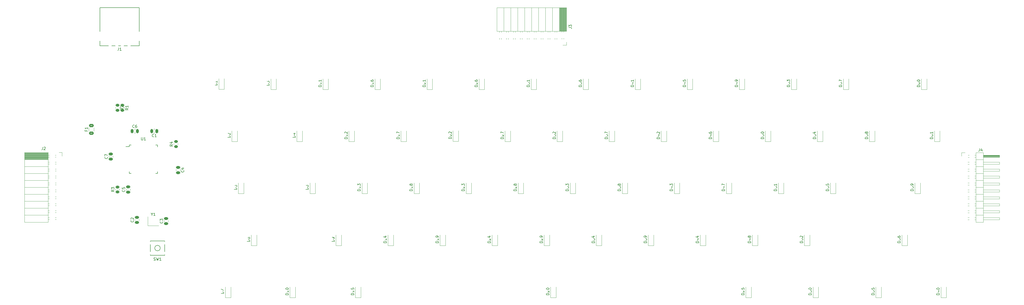
<source format=gto>
G04 #@! TF.GenerationSoftware,KiCad,Pcbnew,(6.0.9)*
G04 #@! TF.CreationDate,2023-03-10T16:35:17-06:00*
G04 #@! TF.ProjectId,BasePCB,42617365-5043-4422-9e6b-696361645f70,rev?*
G04 #@! TF.SameCoordinates,Original*
G04 #@! TF.FileFunction,Legend,Top*
G04 #@! TF.FilePolarity,Positive*
%FSLAX46Y46*%
G04 Gerber Fmt 4.6, Leading zero omitted, Abs format (unit mm)*
G04 Created by KiCad (PCBNEW (6.0.9)) date 2023-03-10 16:35:17*
%MOMM*%
%LPD*%
G01*
G04 APERTURE LIST*
G04 Aperture macros list*
%AMRoundRect*
0 Rectangle with rounded corners*
0 $1 Rounding radius*
0 $2 $3 $4 $5 $6 $7 $8 $9 X,Y pos of 4 corners*
0 Add a 4 corners polygon primitive as box body*
4,1,4,$2,$3,$4,$5,$6,$7,$8,$9,$2,$3,0*
0 Add four circle primitives for the rounded corners*
1,1,$1+$1,$2,$3*
1,1,$1+$1,$4,$5*
1,1,$1+$1,$6,$7*
1,1,$1+$1,$8,$9*
0 Add four rect primitives between the rounded corners*
20,1,$1+$1,$2,$3,$4,$5,0*
20,1,$1+$1,$4,$5,$6,$7,0*
20,1,$1+$1,$6,$7,$8,$9,0*
20,1,$1+$1,$8,$9,$2,$3,0*%
G04 Aperture macros list end*
%ADD10C,0.150000*%
%ADD11C,0.120000*%
%ADD12C,1.750000*%
%ADD13C,3.987800*%
%ADD14RoundRect,0.250000X-0.450000X0.262500X-0.450000X-0.262500X0.450000X-0.262500X0.450000X0.262500X0*%
%ADD15RoundRect,0.250000X0.250000X0.475000X-0.250000X0.475000X-0.250000X-0.475000X0.250000X-0.475000X0*%
%ADD16R,1.200000X0.900000*%
%ADD17RoundRect,0.250000X0.450000X-0.262500X0.450000X0.262500X-0.450000X0.262500X-0.450000X-0.262500X0*%
%ADD18R,1.800000X1.100000*%
%ADD19R,1.700000X1.700000*%
%ADD20O,1.700000X1.700000*%
%ADD21R,1.500000X0.550000*%
%ADD22R,0.550000X1.500000*%
%ADD23RoundRect,0.250000X0.475000X-0.250000X0.475000X0.250000X-0.475000X0.250000X-0.475000X-0.250000X0*%
%ADD24O,1.500000X2.000000*%
%ADD25C,3.500000*%
%ADD26R,1.400000X1.200000*%
%ADD27RoundRect,0.250000X0.625000X-0.375000X0.625000X0.375000X-0.625000X0.375000X-0.625000X-0.375000X0*%
%ADD28RoundRect,0.250000X-0.250000X-0.475000X0.250000X-0.475000X0.250000X0.475000X-0.250000X0.475000X0*%
%ADD29RoundRect,0.250000X-0.475000X0.250000X-0.475000X-0.250000X0.475000X-0.250000X0.475000X0.250000X0*%
G04 APERTURE END LIST*
D10*
X-126421619Y119467333D02*
X-126897809Y119134000D01*
X-126421619Y118895904D02*
X-127421619Y118895904D01*
X-127421619Y119276857D01*
X-127374000Y119372095D01*
X-127326380Y119419714D01*
X-127231142Y119467333D01*
X-127088285Y119467333D01*
X-126993047Y119419714D01*
X-126945428Y119372095D01*
X-126897809Y119276857D01*
X-126897809Y118895904D01*
X-127326380Y119848285D02*
X-127374000Y119895904D01*
X-127421619Y119991142D01*
X-127421619Y120229238D01*
X-127374000Y120324476D01*
X-127326380Y120372095D01*
X-127231142Y120419714D01*
X-127135904Y120419714D01*
X-126993047Y120372095D01*
X-126421619Y119800666D01*
X-126421619Y120419714D01*
X-115260416Y109087857D02*
X-115308035Y109040238D01*
X-115450892Y108992619D01*
X-115546130Y108992619D01*
X-115688988Y109040238D01*
X-115784226Y109135476D01*
X-115831845Y109230714D01*
X-115879464Y109421190D01*
X-115879464Y109564047D01*
X-115831845Y109754523D01*
X-115784226Y109849761D01*
X-115688988Y109945000D01*
X-115546130Y109992619D01*
X-115450892Y109992619D01*
X-115308035Y109945000D01*
X-115260416Y109897380D01*
X-114308035Y108992619D02*
X-114879464Y108992619D01*
X-114593750Y108992619D02*
X-114593750Y109992619D01*
X-114688988Y109849761D01*
X-114784226Y109754523D01*
X-114879464Y109706904D01*
X-20597619Y89273214D02*
X-21597619Y89273214D01*
X-21597619Y89511309D01*
X-21550000Y89654166D01*
X-21454761Y89749404D01*
X-21359523Y89797023D01*
X-21169047Y89844642D01*
X-21026190Y89844642D01*
X-20835714Y89797023D01*
X-20740476Y89749404D01*
X-20645238Y89654166D01*
X-20597619Y89511309D01*
X-20597619Y89273214D01*
X-20597619Y90797023D02*
X-20597619Y90225595D01*
X-20597619Y90511309D02*
X-21597619Y90511309D01*
X-21454761Y90416071D01*
X-21359523Y90320833D01*
X-21311904Y90225595D01*
X-21169047Y91368452D02*
X-21216666Y91273214D01*
X-21264285Y91225595D01*
X-21359523Y91177976D01*
X-21407142Y91177976D01*
X-21502380Y91225595D01*
X-21550000Y91273214D01*
X-21597619Y91368452D01*
X-21597619Y91558928D01*
X-21550000Y91654166D01*
X-21502380Y91701785D01*
X-21407142Y91749404D01*
X-21359523Y91749404D01*
X-21264285Y91701785D01*
X-21216666Y91654166D01*
X-21169047Y91558928D01*
X-21169047Y91368452D01*
X-21121428Y91273214D01*
X-21073809Y91225595D01*
X-20978571Y91177976D01*
X-20788095Y91177976D01*
X-20692857Y91225595D01*
X-20645238Y91273214D01*
X-20597619Y91368452D01*
X-20597619Y91558928D01*
X-20645238Y91654166D01*
X-20692857Y91701785D01*
X-20788095Y91749404D01*
X-20978571Y91749404D01*
X-21073809Y91701785D01*
X-21121428Y91654166D01*
X-21169047Y91558928D01*
X-108353869Y106195833D02*
X-108830059Y105862500D01*
X-108353869Y105624404D02*
X-109353869Y105624404D01*
X-109353869Y106005357D01*
X-109306250Y106100595D01*
X-109258630Y106148214D01*
X-109163392Y106195833D01*
X-109020535Y106195833D01*
X-108925297Y106148214D01*
X-108877678Y106100595D01*
X-108830059Y106005357D01*
X-108830059Y105624404D01*
X-109020535Y107052976D02*
X-108353869Y107052976D01*
X-109401488Y106814880D02*
X-108687202Y106576785D01*
X-108687202Y107195833D01*
X127039880Y108323214D02*
X126039880Y108323214D01*
X126039880Y108561309D01*
X126087500Y108704166D01*
X126182738Y108799404D01*
X126277976Y108847023D01*
X126468452Y108894642D01*
X126611309Y108894642D01*
X126801785Y108847023D01*
X126897023Y108799404D01*
X126992261Y108704166D01*
X127039880Y108561309D01*
X127039880Y108323214D01*
X126039880Y109799404D02*
X126039880Y109323214D01*
X126516071Y109275595D01*
X126468452Y109323214D01*
X126420833Y109418452D01*
X126420833Y109656547D01*
X126468452Y109751785D01*
X126516071Y109799404D01*
X126611309Y109847023D01*
X126849404Y109847023D01*
X126944642Y109799404D01*
X126992261Y109751785D01*
X127039880Y109656547D01*
X127039880Y109418452D01*
X126992261Y109323214D01*
X126944642Y109275595D01*
X126373214Y110704166D02*
X127039880Y110704166D01*
X125992261Y110466071D02*
X126706547Y110227976D01*
X126706547Y110847023D01*
X-53935119Y127373214D02*
X-54935119Y127373214D01*
X-54935119Y127611309D01*
X-54887500Y127754166D01*
X-54792261Y127849404D01*
X-54697023Y127897023D01*
X-54506547Y127944642D01*
X-54363690Y127944642D01*
X-54173214Y127897023D01*
X-54077976Y127849404D01*
X-53982738Y127754166D01*
X-53935119Y127611309D01*
X-53935119Y127373214D01*
X-53935119Y128897023D02*
X-53935119Y128325595D01*
X-53935119Y128611309D02*
X-54935119Y128611309D01*
X-54792261Y128516071D01*
X-54697023Y128420833D01*
X-54649404Y128325595D01*
X-53935119Y129849404D02*
X-53935119Y129277976D01*
X-53935119Y129563690D02*
X-54935119Y129563690D01*
X-54792261Y129468452D01*
X-54697023Y129373214D01*
X-54649404Y129277976D01*
X-115252333Y63793738D02*
X-115109476Y63746119D01*
X-114871380Y63746119D01*
X-114776142Y63793738D01*
X-114728523Y63841357D01*
X-114680904Y63936595D01*
X-114680904Y64031833D01*
X-114728523Y64127071D01*
X-114776142Y64174690D01*
X-114871380Y64222309D01*
X-115061857Y64269928D01*
X-115157095Y64317547D01*
X-115204714Y64365166D01*
X-115252333Y64460404D01*
X-115252333Y64555642D01*
X-115204714Y64650880D01*
X-115157095Y64698500D01*
X-115061857Y64746119D01*
X-114823761Y64746119D01*
X-114680904Y64698500D01*
X-114347571Y64746119D02*
X-114109476Y63746119D01*
X-113919000Y64460404D01*
X-113728523Y63746119D01*
X-113490428Y64746119D01*
X-112585666Y63746119D02*
X-113157095Y63746119D01*
X-112871380Y63746119D02*
X-112871380Y64746119D01*
X-112966619Y64603261D01*
X-113061857Y64508023D01*
X-113157095Y64460404D01*
X-1547619Y89273214D02*
X-2547619Y89273214D01*
X-2547619Y89511309D01*
X-2500000Y89654166D01*
X-2404761Y89749404D01*
X-2309523Y89797023D01*
X-2119047Y89844642D01*
X-1976190Y89844642D01*
X-1785714Y89797023D01*
X-1690476Y89749404D01*
X-1595238Y89654166D01*
X-1547619Y89511309D01*
X-1547619Y89273214D01*
X-2452380Y90225595D02*
X-2500000Y90273214D01*
X-2547619Y90368452D01*
X-2547619Y90606547D01*
X-2500000Y90701785D01*
X-2452380Y90749404D01*
X-2357142Y90797023D01*
X-2261904Y90797023D01*
X-2119047Y90749404D01*
X-1547619Y90177976D01*
X-1547619Y90797023D01*
X-2547619Y91130357D02*
X-2547619Y91749404D01*
X-2166666Y91416071D01*
X-2166666Y91558928D01*
X-2119047Y91654166D01*
X-2071428Y91701785D01*
X-1976190Y91749404D01*
X-1738095Y91749404D01*
X-1642857Y91701785D01*
X-1595238Y91654166D01*
X-1547619Y91558928D01*
X-1547619Y91273214D01*
X-1595238Y91177976D01*
X-1642857Y91130357D01*
X-92035119Y127911904D02*
X-93035119Y127911904D01*
X-93035119Y128150000D01*
X-92987500Y128292857D01*
X-92892261Y128388095D01*
X-92797023Y128435714D01*
X-92606547Y128483333D01*
X-92463690Y128483333D01*
X-92273214Y128435714D01*
X-92177976Y128388095D01*
X-92082738Y128292857D01*
X-92035119Y128150000D01*
X-92035119Y127911904D01*
X-92035119Y129435714D02*
X-92035119Y128864285D01*
X-92035119Y129150000D02*
X-93035119Y129150000D01*
X-92892261Y129054761D01*
X-92797023Y128959523D01*
X-92749404Y128864285D01*
X186996666Y104730119D02*
X186996666Y104015833D01*
X186949047Y103872976D01*
X186853809Y103777738D01*
X186710952Y103730119D01*
X186615714Y103730119D01*
X187901428Y104396785D02*
X187901428Y103730119D01*
X187663333Y104777738D02*
X187425238Y104063452D01*
X188044285Y104063452D01*
X-119824404Y108803869D02*
X-119824404Y107994345D01*
X-119776785Y107899107D01*
X-119729166Y107851488D01*
X-119633928Y107803869D01*
X-119443452Y107803869D01*
X-119348214Y107851488D01*
X-119300595Y107899107D01*
X-119252976Y107994345D01*
X-119252976Y108803869D01*
X-118252976Y107803869D02*
X-118824404Y107803869D01*
X-118538690Y107803869D02*
X-118538690Y108803869D01*
X-118633928Y108661011D01*
X-118729166Y108565773D01*
X-118824404Y108518154D01*
X-80128869Y70699404D02*
X-81128869Y70699404D01*
X-81128869Y70937500D01*
X-81081250Y71080357D01*
X-80986011Y71175595D01*
X-80890773Y71223214D01*
X-80700297Y71270833D01*
X-80557440Y71270833D01*
X-80366964Y71223214D01*
X-80271726Y71175595D01*
X-80176488Y71080357D01*
X-80128869Y70937500D01*
X-80128869Y70699404D01*
X-81128869Y72127976D02*
X-81128869Y71937500D01*
X-81081250Y71842261D01*
X-81033630Y71794642D01*
X-80890773Y71699404D01*
X-80700297Y71651785D01*
X-80319345Y71651785D01*
X-80224107Y71699404D01*
X-80176488Y71747023D01*
X-80128869Y71842261D01*
X-80128869Y72032738D01*
X-80176488Y72127976D01*
X-80224107Y72175595D01*
X-80319345Y72223214D01*
X-80557440Y72223214D01*
X-80652678Y72175595D01*
X-80700297Y72127976D01*
X-80747916Y72032738D01*
X-80747916Y71842261D01*
X-80700297Y71747023D01*
X-80652678Y71699404D01*
X-80557440Y71651785D01*
X36552380Y89273214D02*
X35552380Y89273214D01*
X35552380Y89511309D01*
X35600000Y89654166D01*
X35695238Y89749404D01*
X35790476Y89797023D01*
X35980952Y89844642D01*
X36123809Y89844642D01*
X36314285Y89797023D01*
X36409523Y89749404D01*
X36504761Y89654166D01*
X36552380Y89511309D01*
X36552380Y89273214D01*
X35552380Y90177976D02*
X35552380Y90797023D01*
X35933333Y90463690D01*
X35933333Y90606547D01*
X35980952Y90701785D01*
X36028571Y90749404D01*
X36123809Y90797023D01*
X36361904Y90797023D01*
X36457142Y90749404D01*
X36504761Y90701785D01*
X36552380Y90606547D01*
X36552380Y90320833D01*
X36504761Y90225595D01*
X36457142Y90177976D01*
X35552380Y91130357D02*
X35552380Y91749404D01*
X35933333Y91416071D01*
X35933333Y91558928D01*
X35980952Y91654166D01*
X36028571Y91701785D01*
X36123809Y91749404D01*
X36361904Y91749404D01*
X36457142Y91701785D01*
X36504761Y91654166D01*
X36552380Y91558928D01*
X36552380Y91273214D01*
X36504761Y91177976D01*
X36457142Y91130357D01*
X46077380Y70223214D02*
X45077380Y70223214D01*
X45077380Y70461309D01*
X45125000Y70604166D01*
X45220238Y70699404D01*
X45315476Y70747023D01*
X45505952Y70794642D01*
X45648809Y70794642D01*
X45839285Y70747023D01*
X45934523Y70699404D01*
X46029761Y70604166D01*
X46077380Y70461309D01*
X46077380Y70223214D01*
X45077380Y71127976D02*
X45077380Y71747023D01*
X45458333Y71413690D01*
X45458333Y71556547D01*
X45505952Y71651785D01*
X45553571Y71699404D01*
X45648809Y71747023D01*
X45886904Y71747023D01*
X45982142Y71699404D01*
X46029761Y71651785D01*
X46077380Y71556547D01*
X46077380Y71270833D01*
X46029761Y71175595D01*
X45982142Y71127976D01*
X45410714Y72604166D02*
X46077380Y72604166D01*
X45029761Y72366071D02*
X45744047Y72127976D01*
X45744047Y72747023D01*
X112752380Y89273214D02*
X111752380Y89273214D01*
X111752380Y89511309D01*
X111800000Y89654166D01*
X111895238Y89749404D01*
X111990476Y89797023D01*
X112180952Y89844642D01*
X112323809Y89844642D01*
X112514285Y89797023D01*
X112609523Y89749404D01*
X112704761Y89654166D01*
X112752380Y89511309D01*
X112752380Y89273214D01*
X111752380Y90749404D02*
X111752380Y90273214D01*
X112228571Y90225595D01*
X112180952Y90273214D01*
X112133333Y90368452D01*
X112133333Y90606547D01*
X112180952Y90701785D01*
X112228571Y90749404D01*
X112323809Y90797023D01*
X112561904Y90797023D01*
X112657142Y90749404D01*
X112704761Y90701785D01*
X112752380Y90606547D01*
X112752380Y90368452D01*
X112704761Y90273214D01*
X112657142Y90225595D01*
X112752380Y91749404D02*
X112752380Y91177976D01*
X112752380Y91463690D02*
X111752380Y91463690D01*
X111895238Y91368452D01*
X111990476Y91273214D01*
X112038095Y91177976D01*
X172283630Y51173214D02*
X171283630Y51173214D01*
X171283630Y51411309D01*
X171331250Y51554166D01*
X171426488Y51649404D01*
X171521726Y51697023D01*
X171712202Y51744642D01*
X171855059Y51744642D01*
X172045535Y51697023D01*
X172140773Y51649404D01*
X172236011Y51554166D01*
X172283630Y51411309D01*
X172283630Y51173214D01*
X171616964Y52601785D02*
X172283630Y52601785D01*
X171236011Y52363690D02*
X171950297Y52125595D01*
X171950297Y52744642D01*
X171283630Y53316071D02*
X171283630Y53411309D01*
X171331250Y53506547D01*
X171378869Y53554166D01*
X171474107Y53601785D01*
X171664583Y53649404D01*
X171902678Y53649404D01*
X172093154Y53601785D01*
X172188392Y53554166D01*
X172236011Y53506547D01*
X172283630Y53411309D01*
X172283630Y53316071D01*
X172236011Y53220833D01*
X172188392Y53173214D01*
X172093154Y53125595D01*
X171902678Y53077976D01*
X171664583Y53077976D01*
X171474107Y53125595D01*
X171378869Y53173214D01*
X171331250Y53220833D01*
X171283630Y53316071D01*
X-112066857Y77999333D02*
X-112019238Y77951714D01*
X-111971619Y77808857D01*
X-111971619Y77713619D01*
X-112019238Y77570761D01*
X-112114476Y77475523D01*
X-112209714Y77427904D01*
X-112400190Y77380285D01*
X-112543047Y77380285D01*
X-112733523Y77427904D01*
X-112828761Y77475523D01*
X-112924000Y77570761D01*
X-112971619Y77713619D01*
X-112971619Y77808857D01*
X-112924000Y77951714D01*
X-112876380Y77999333D01*
X-112971619Y78332666D02*
X-112971619Y78951714D01*
X-112590666Y78618380D01*
X-112590666Y78761238D01*
X-112543047Y78856476D01*
X-112495428Y78904095D01*
X-112400190Y78951714D01*
X-112162095Y78951714D01*
X-112066857Y78904095D01*
X-112019238Y78856476D01*
X-111971619Y78761238D01*
X-111971619Y78475523D01*
X-112019238Y78380285D01*
X-112066857Y78332666D01*
X-63460119Y108799404D02*
X-64460119Y108799404D01*
X-64460119Y109037500D01*
X-64412500Y109180357D01*
X-64317261Y109275595D01*
X-64222023Y109323214D01*
X-64031547Y109370833D01*
X-63888690Y109370833D01*
X-63698214Y109323214D01*
X-63602976Y109275595D01*
X-63507738Y109180357D01*
X-63460119Y109037500D01*
X-63460119Y108799404D01*
X-64126785Y110227976D02*
X-63460119Y110227976D01*
X-64507738Y109989880D02*
X-63793452Y109751785D01*
X-63793452Y110370833D01*
X3214880Y127373214D02*
X2214880Y127373214D01*
X2214880Y127611309D01*
X2262500Y127754166D01*
X2357738Y127849404D01*
X2452976Y127897023D01*
X2643452Y127944642D01*
X2786309Y127944642D01*
X2976785Y127897023D01*
X3072023Y127849404D01*
X3167261Y127754166D01*
X3214880Y127611309D01*
X3214880Y127373214D01*
X2310119Y128325595D02*
X2262500Y128373214D01*
X2214880Y128468452D01*
X2214880Y128706547D01*
X2262500Y128801785D01*
X2310119Y128849404D01*
X2405357Y128897023D01*
X2500595Y128897023D01*
X2643452Y128849404D01*
X3214880Y128277976D01*
X3214880Y128897023D01*
X2214880Y129754166D02*
X2214880Y129563690D01*
X2262500Y129468452D01*
X2310119Y129420833D01*
X2452976Y129325595D01*
X2643452Y129277976D01*
X3024404Y129277976D01*
X3119642Y129325595D01*
X3167261Y129373214D01*
X3214880Y129468452D01*
X3214880Y129658928D01*
X3167261Y129754166D01*
X3119642Y129801785D01*
X3024404Y129849404D01*
X2786309Y129849404D01*
X2691071Y129801785D01*
X2643452Y129754166D01*
X2595833Y129658928D01*
X2595833Y129468452D01*
X2643452Y129373214D01*
X2691071Y129325595D01*
X2786309Y129277976D01*
X29408630Y51173214D02*
X28408630Y51173214D01*
X28408630Y51411309D01*
X28456250Y51554166D01*
X28551488Y51649404D01*
X28646726Y51697023D01*
X28837202Y51744642D01*
X28980059Y51744642D01*
X29170535Y51697023D01*
X29265773Y51649404D01*
X29361011Y51554166D01*
X29408630Y51411309D01*
X29408630Y51173214D01*
X28503869Y52125595D02*
X28456250Y52173214D01*
X28408630Y52268452D01*
X28408630Y52506547D01*
X28456250Y52601785D01*
X28503869Y52649404D01*
X28599107Y52697023D01*
X28694345Y52697023D01*
X28837202Y52649404D01*
X29408630Y52077976D01*
X29408630Y52697023D01*
X28408630Y53316071D02*
X28408630Y53411309D01*
X28456250Y53506547D01*
X28503869Y53554166D01*
X28599107Y53601785D01*
X28789583Y53649404D01*
X29027678Y53649404D01*
X29218154Y53601785D01*
X29313392Y53554166D01*
X29361011Y53506547D01*
X29408630Y53411309D01*
X29408630Y53316071D01*
X29361011Y53220833D01*
X29313392Y53173214D01*
X29218154Y53125595D01*
X29027678Y53077976D01*
X28789583Y53077976D01*
X28599107Y53125595D01*
X28503869Y53173214D01*
X28456250Y53220833D01*
X28408630Y53316071D01*
X-11072619Y70223214D02*
X-12072619Y70223214D01*
X-12072619Y70461309D01*
X-12025000Y70604166D01*
X-11929761Y70699404D01*
X-11834523Y70747023D01*
X-11644047Y70794642D01*
X-11501190Y70794642D01*
X-11310714Y70747023D01*
X-11215476Y70699404D01*
X-11120238Y70604166D01*
X-11072619Y70461309D01*
X-11072619Y70223214D01*
X-11072619Y71747023D02*
X-11072619Y71175595D01*
X-11072619Y71461309D02*
X-12072619Y71461309D01*
X-11929761Y71366071D01*
X-11834523Y71270833D01*
X-11786904Y71175595D01*
X-11072619Y72223214D02*
X-11072619Y72413690D01*
X-11120238Y72508928D01*
X-11167857Y72556547D01*
X-11310714Y72651785D01*
X-11501190Y72699404D01*
X-11882142Y72699404D01*
X-11977380Y72651785D01*
X-12025000Y72604166D01*
X-12072619Y72508928D01*
X-12072619Y72318452D01*
X-12025000Y72223214D01*
X-11977380Y72175595D01*
X-11882142Y72127976D01*
X-11644047Y72127976D01*
X-11548809Y72175595D01*
X-11501190Y72223214D01*
X-11453571Y72318452D01*
X-11453571Y72508928D01*
X-11501190Y72604166D01*
X-11548809Y72651785D01*
X-11644047Y72699404D01*
X-125941607Y89527083D02*
X-125893988Y89479464D01*
X-125846369Y89336607D01*
X-125846369Y89241369D01*
X-125893988Y89098511D01*
X-125989226Y89003273D01*
X-126084464Y88955654D01*
X-126274940Y88908035D01*
X-126417797Y88908035D01*
X-126608273Y88955654D01*
X-126703511Y89003273D01*
X-126798750Y89098511D01*
X-126846369Y89241369D01*
X-126846369Y89336607D01*
X-126798750Y89479464D01*
X-126751130Y89527083D01*
X-126846369Y90431845D02*
X-126846369Y89955654D01*
X-126370178Y89908035D01*
X-126417797Y89955654D01*
X-126465416Y90050892D01*
X-126465416Y90288988D01*
X-126417797Y90384226D01*
X-126370178Y90431845D01*
X-126274940Y90479464D01*
X-126036845Y90479464D01*
X-125941607Y90431845D01*
X-125893988Y90384226D01*
X-125846369Y90288988D01*
X-125846369Y90050892D01*
X-125893988Y89955654D01*
X-125941607Y89908035D01*
X98464880Y127373214D02*
X97464880Y127373214D01*
X97464880Y127611309D01*
X97512500Y127754166D01*
X97607738Y127849404D01*
X97702976Y127897023D01*
X97893452Y127944642D01*
X98036309Y127944642D01*
X98226785Y127897023D01*
X98322023Y127849404D01*
X98417261Y127754166D01*
X98464880Y127611309D01*
X98464880Y127373214D01*
X97798214Y128801785D02*
X98464880Y128801785D01*
X97417261Y128563690D02*
X98131547Y128325595D01*
X98131547Y128944642D01*
X98464880Y129373214D02*
X98464880Y129563690D01*
X98417261Y129658928D01*
X98369642Y129706547D01*
X98226785Y129801785D01*
X98036309Y129849404D01*
X97655357Y129849404D01*
X97560119Y129801785D01*
X97512500Y129754166D01*
X97464880Y129658928D01*
X97464880Y129468452D01*
X97512500Y129373214D01*
X97560119Y129325595D01*
X97655357Y129277976D01*
X97893452Y129277976D01*
X97988690Y129325595D01*
X98036309Y129373214D01*
X98083928Y129468452D01*
X98083928Y129658928D01*
X98036309Y129754166D01*
X97988690Y129801785D01*
X97893452Y129849404D01*
X-34885119Y127373214D02*
X-35885119Y127373214D01*
X-35885119Y127611309D01*
X-35837500Y127754166D01*
X-35742261Y127849404D01*
X-35647023Y127897023D01*
X-35456547Y127944642D01*
X-35313690Y127944642D01*
X-35123214Y127897023D01*
X-35027976Y127849404D01*
X-34932738Y127754166D01*
X-34885119Y127611309D01*
X-34885119Y127373214D01*
X-34885119Y128897023D02*
X-34885119Y128325595D01*
X-34885119Y128611309D02*
X-35885119Y128611309D01*
X-35742261Y128516071D01*
X-35647023Y128420833D01*
X-35599404Y128325595D01*
X-35885119Y129754166D02*
X-35885119Y129563690D01*
X-35837500Y129468452D01*
X-35789880Y129420833D01*
X-35647023Y129325595D01*
X-35456547Y129277976D01*
X-35075595Y129277976D01*
X-34980357Y129325595D01*
X-34932738Y129373214D01*
X-34885119Y129468452D01*
X-34885119Y129658928D01*
X-34932738Y129754166D01*
X-34980357Y129801785D01*
X-35075595Y129849404D01*
X-35313690Y129849404D01*
X-35408928Y129801785D01*
X-35456547Y129754166D01*
X-35504166Y129658928D01*
X-35504166Y129468452D01*
X-35456547Y129373214D01*
X-35408928Y129325595D01*
X-35313690Y129277976D01*
X-128127083Y141662619D02*
X-128127083Y140948333D01*
X-128174702Y140805476D01*
X-128269940Y140710238D01*
X-128412797Y140662619D01*
X-128508035Y140662619D01*
X-127127083Y140662619D02*
X-127698511Y140662619D01*
X-127412797Y140662619D02*
X-127412797Y141662619D01*
X-127508035Y141519761D01*
X-127603273Y141424523D01*
X-127698511Y141376904D01*
X-66000119Y51173214D02*
X-67000119Y51173214D01*
X-67000119Y51411309D01*
X-66952500Y51554166D01*
X-66857261Y51649404D01*
X-66762023Y51697023D01*
X-66571547Y51744642D01*
X-66428690Y51744642D01*
X-66238214Y51697023D01*
X-66142976Y51649404D01*
X-66047738Y51554166D01*
X-66000119Y51411309D01*
X-66000119Y51173214D01*
X-66000119Y52697023D02*
X-66000119Y52125595D01*
X-66000119Y52411309D02*
X-67000119Y52411309D01*
X-66857261Y52316071D01*
X-66762023Y52220833D01*
X-66714404Y52125595D01*
X-67000119Y53316071D02*
X-67000119Y53411309D01*
X-66952500Y53506547D01*
X-66904880Y53554166D01*
X-66809642Y53601785D01*
X-66619166Y53649404D01*
X-66381071Y53649404D01*
X-66190595Y53601785D01*
X-66095357Y53554166D01*
X-66047738Y53506547D01*
X-66000119Y53411309D01*
X-66000119Y53316071D01*
X-66047738Y53220833D01*
X-66095357Y53173214D01*
X-66190595Y53125595D01*
X-66381071Y53077976D01*
X-66619166Y53077976D01*
X-66809642Y53125595D01*
X-66904880Y53173214D01*
X-66952500Y53220833D01*
X-67000119Y53316071D01*
X-25360119Y108323214D02*
X-26360119Y108323214D01*
X-26360119Y108561309D01*
X-26312500Y108704166D01*
X-26217261Y108799404D01*
X-26122023Y108847023D01*
X-25931547Y108894642D01*
X-25788690Y108894642D01*
X-25598214Y108847023D01*
X-25502976Y108799404D01*
X-25407738Y108704166D01*
X-25360119Y108561309D01*
X-25360119Y108323214D01*
X-25360119Y109847023D02*
X-25360119Y109275595D01*
X-25360119Y109561309D02*
X-26360119Y109561309D01*
X-26217261Y109466071D01*
X-26122023Y109370833D01*
X-26074404Y109275595D01*
X-26360119Y110180357D02*
X-26360119Y110847023D01*
X-25360119Y110418452D01*
X-155933333Y105255119D02*
X-155933333Y104540833D01*
X-155980952Y104397976D01*
X-156076190Y104302738D01*
X-156219047Y104255119D01*
X-156314285Y104255119D01*
X-155504761Y105159880D02*
X-155457142Y105207500D01*
X-155361904Y105255119D01*
X-155123809Y105255119D01*
X-155028571Y105207500D01*
X-154980952Y105159880D01*
X-154933333Y105064642D01*
X-154933333Y104969404D01*
X-154980952Y104826547D01*
X-155552380Y104255119D01*
X-154933333Y104255119D01*
X125452380Y51173214D02*
X124452380Y51173214D01*
X124452380Y51411309D01*
X124500000Y51554166D01*
X124595238Y51649404D01*
X124690476Y51697023D01*
X124880952Y51744642D01*
X125023809Y51744642D01*
X125214285Y51697023D01*
X125309523Y51649404D01*
X125404761Y51554166D01*
X125452380Y51411309D01*
X125452380Y51173214D01*
X124452380Y52077976D02*
X124452380Y52697023D01*
X124833333Y52363690D01*
X124833333Y52506547D01*
X124880952Y52601785D01*
X124928571Y52649404D01*
X125023809Y52697023D01*
X125261904Y52697023D01*
X125357142Y52649404D01*
X125404761Y52601785D01*
X125452380Y52506547D01*
X125452380Y52220833D01*
X125404761Y52125595D01*
X125357142Y52077976D01*
X124452380Y53316071D02*
X124452380Y53411309D01*
X124500000Y53506547D01*
X124547619Y53554166D01*
X124642857Y53601785D01*
X124833333Y53649404D01*
X125071428Y53649404D01*
X125261904Y53601785D01*
X125357142Y53554166D01*
X125404761Y53506547D01*
X125452380Y53411309D01*
X125452380Y53316071D01*
X125404761Y53220833D01*
X125357142Y53173214D01*
X125261904Y53125595D01*
X125071428Y53077976D01*
X124833333Y53077976D01*
X124642857Y53125595D01*
X124547619Y53173214D01*
X124500000Y53220833D01*
X124452380Y53316071D01*
X22264880Y127373214D02*
X21264880Y127373214D01*
X21264880Y127611309D01*
X21312500Y127754166D01*
X21407738Y127849404D01*
X21502976Y127897023D01*
X21693452Y127944642D01*
X21836309Y127944642D01*
X22026785Y127897023D01*
X22122023Y127849404D01*
X22217261Y127754166D01*
X22264880Y127611309D01*
X22264880Y127373214D01*
X21264880Y128277976D02*
X21264880Y128897023D01*
X21645833Y128563690D01*
X21645833Y128706547D01*
X21693452Y128801785D01*
X21741071Y128849404D01*
X21836309Y128897023D01*
X22074404Y128897023D01*
X22169642Y128849404D01*
X22217261Y128801785D01*
X22264880Y128706547D01*
X22264880Y128420833D01*
X22217261Y128325595D01*
X22169642Y128277976D01*
X22264880Y129849404D02*
X22264880Y129277976D01*
X22264880Y129563690D02*
X21264880Y129563690D01*
X21407738Y129468452D01*
X21502976Y129373214D01*
X21550595Y129277976D01*
X-115943690Y80621309D02*
X-115943690Y80145119D01*
X-116277023Y81145119D02*
X-115943690Y80621309D01*
X-115610357Y81145119D01*
X-114753214Y80145119D02*
X-115324642Y80145119D01*
X-115038928Y80145119D02*
X-115038928Y81145119D01*
X-115134166Y81002261D01*
X-115229404Y80907023D01*
X-115324642Y80859404D01*
X79414880Y127373214D02*
X78414880Y127373214D01*
X78414880Y127611309D01*
X78462500Y127754166D01*
X78557738Y127849404D01*
X78652976Y127897023D01*
X78843452Y127944642D01*
X78986309Y127944642D01*
X79176785Y127897023D01*
X79272023Y127849404D01*
X79367261Y127754166D01*
X79414880Y127611309D01*
X79414880Y127373214D01*
X78748214Y128801785D02*
X79414880Y128801785D01*
X78367261Y128563690D02*
X79081547Y128325595D01*
X79081547Y128944642D01*
X78414880Y129801785D02*
X78414880Y129325595D01*
X78891071Y129277976D01*
X78843452Y129325595D01*
X78795833Y129420833D01*
X78795833Y129658928D01*
X78843452Y129754166D01*
X78891071Y129801785D01*
X78986309Y129849404D01*
X79224404Y129849404D01*
X79319642Y129801785D01*
X79367261Y129754166D01*
X79414880Y129658928D01*
X79414880Y129420833D01*
X79367261Y129325595D01*
X79319642Y129277976D01*
X136564880Y127373214D02*
X135564880Y127373214D01*
X135564880Y127611309D01*
X135612500Y127754166D01*
X135707738Y127849404D01*
X135802976Y127897023D01*
X135993452Y127944642D01*
X136136309Y127944642D01*
X136326785Y127897023D01*
X136422023Y127849404D01*
X136517261Y127754166D01*
X136564880Y127611309D01*
X136564880Y127373214D01*
X135564880Y128849404D02*
X135564880Y128373214D01*
X136041071Y128325595D01*
X135993452Y128373214D01*
X135945833Y128468452D01*
X135945833Y128706547D01*
X135993452Y128801785D01*
X136041071Y128849404D01*
X136136309Y128897023D01*
X136374404Y128897023D01*
X136469642Y128849404D01*
X136517261Y128801785D01*
X136564880Y128706547D01*
X136564880Y128468452D01*
X136517261Y128373214D01*
X136469642Y128325595D01*
X135564880Y129230357D02*
X135564880Y129897023D01*
X136564880Y129468452D01*
X-72985119Y127849404D02*
X-73985119Y127849404D01*
X-73985119Y128087500D01*
X-73937500Y128230357D01*
X-73842261Y128325595D01*
X-73747023Y128373214D01*
X-73556547Y128420833D01*
X-73413690Y128420833D01*
X-73223214Y128373214D01*
X-73127976Y128325595D01*
X-73032738Y128230357D01*
X-72985119Y128087500D01*
X-72985119Y127849404D01*
X-73985119Y128754166D02*
X-73985119Y129373214D01*
X-73604166Y129039880D01*
X-73604166Y129182738D01*
X-73556547Y129277976D01*
X-73508928Y129325595D01*
X-73413690Y129373214D01*
X-73175595Y129373214D01*
X-73080357Y129325595D01*
X-73032738Y129277976D01*
X-72985119Y129182738D01*
X-72985119Y128897023D01*
X-73032738Y128801785D01*
X-73080357Y128754166D01*
X-39647619Y89273214D02*
X-40647619Y89273214D01*
X-40647619Y89511309D01*
X-40600000Y89654166D01*
X-40504761Y89749404D01*
X-40409523Y89797023D01*
X-40219047Y89844642D01*
X-40076190Y89844642D01*
X-39885714Y89797023D01*
X-39790476Y89749404D01*
X-39695238Y89654166D01*
X-39647619Y89511309D01*
X-39647619Y89273214D01*
X-39647619Y90797023D02*
X-39647619Y90225595D01*
X-39647619Y90511309D02*
X-40647619Y90511309D01*
X-40504761Y90416071D01*
X-40409523Y90320833D01*
X-40361904Y90225595D01*
X-40647619Y91130357D02*
X-40647619Y91749404D01*
X-40266666Y91416071D01*
X-40266666Y91558928D01*
X-40219047Y91654166D01*
X-40171428Y91701785D01*
X-40076190Y91749404D01*
X-39838095Y91749404D01*
X-39742857Y91701785D01*
X-39695238Y91654166D01*
X-39647619Y91558928D01*
X-39647619Y91273214D01*
X-39695238Y91177976D01*
X-39742857Y91130357D01*
X12739880Y108323214D02*
X11739880Y108323214D01*
X11739880Y108561309D01*
X11787500Y108704166D01*
X11882738Y108799404D01*
X11977976Y108847023D01*
X12168452Y108894642D01*
X12311309Y108894642D01*
X12501785Y108847023D01*
X12597023Y108799404D01*
X12692261Y108704166D01*
X12739880Y108561309D01*
X12739880Y108323214D01*
X11835119Y109275595D02*
X11787500Y109323214D01*
X11739880Y109418452D01*
X11739880Y109656547D01*
X11787500Y109751785D01*
X11835119Y109799404D01*
X11930357Y109847023D01*
X12025595Y109847023D01*
X12168452Y109799404D01*
X12739880Y109227976D01*
X12739880Y109847023D01*
X11739880Y110180357D02*
X11739880Y110847023D01*
X12739880Y110418452D01*
X100846130Y51173214D02*
X99846130Y51173214D01*
X99846130Y51411309D01*
X99893750Y51554166D01*
X99988988Y51649404D01*
X100084226Y51697023D01*
X100274702Y51744642D01*
X100417559Y51744642D01*
X100608035Y51697023D01*
X100703273Y51649404D01*
X100798511Y51554166D01*
X100846130Y51411309D01*
X100846130Y51173214D01*
X99941369Y52125595D02*
X99893750Y52173214D01*
X99846130Y52268452D01*
X99846130Y52506547D01*
X99893750Y52601785D01*
X99941369Y52649404D01*
X100036607Y52697023D01*
X100131845Y52697023D01*
X100274702Y52649404D01*
X100846130Y52077976D01*
X100846130Y52697023D01*
X99846130Y53601785D02*
X99846130Y53125595D01*
X100322321Y53077976D01*
X100274702Y53125595D01*
X100227083Y53220833D01*
X100227083Y53458928D01*
X100274702Y53554166D01*
X100322321Y53601785D01*
X100417559Y53649404D01*
X100655654Y53649404D01*
X100750892Y53601785D01*
X100798511Y53554166D01*
X100846130Y53458928D01*
X100846130Y53220833D01*
X100798511Y53125595D01*
X100750892Y53077976D01*
X36671130Y148985416D02*
X37385416Y148985416D01*
X37528273Y148937797D01*
X37623511Y148842559D01*
X37671130Y148699702D01*
X37671130Y148604464D01*
X36671130Y149366369D02*
X36671130Y149985416D01*
X37052083Y149652083D01*
X37052083Y149794940D01*
X37099702Y149890178D01*
X37147321Y149937797D01*
X37242559Y149985416D01*
X37480654Y149985416D01*
X37575892Y149937797D01*
X37623511Y149890178D01*
X37671130Y149794940D01*
X37671130Y149509226D01*
X37623511Y149413988D01*
X37575892Y149366369D01*
X-15835119Y127373214D02*
X-16835119Y127373214D01*
X-16835119Y127611309D01*
X-16787500Y127754166D01*
X-16692261Y127849404D01*
X-16597023Y127897023D01*
X-16406547Y127944642D01*
X-16263690Y127944642D01*
X-16073214Y127897023D01*
X-15977976Y127849404D01*
X-15882738Y127754166D01*
X-15835119Y127611309D01*
X-15835119Y127373214D01*
X-16739880Y128325595D02*
X-16787500Y128373214D01*
X-16835119Y128468452D01*
X-16835119Y128706547D01*
X-16787500Y128801785D01*
X-16739880Y128849404D01*
X-16644642Y128897023D01*
X-16549404Y128897023D01*
X-16406547Y128849404D01*
X-15835119Y128277976D01*
X-15835119Y128897023D01*
X-15835119Y129849404D02*
X-15835119Y129277976D01*
X-15835119Y129563690D02*
X-16835119Y129563690D01*
X-16692261Y129468452D01*
X-16597023Y129373214D01*
X-16549404Y129277976D01*
X65127380Y70223214D02*
X64127380Y70223214D01*
X64127380Y70461309D01*
X64175000Y70604166D01*
X64270238Y70699404D01*
X64365476Y70747023D01*
X64555952Y70794642D01*
X64698809Y70794642D01*
X64889285Y70747023D01*
X64984523Y70699404D01*
X65079761Y70604166D01*
X65127380Y70461309D01*
X65127380Y70223214D01*
X64127380Y71127976D02*
X64127380Y71747023D01*
X64508333Y71413690D01*
X64508333Y71556547D01*
X64555952Y71651785D01*
X64603571Y71699404D01*
X64698809Y71747023D01*
X64936904Y71747023D01*
X65032142Y71699404D01*
X65079761Y71651785D01*
X65127380Y71556547D01*
X65127380Y71270833D01*
X65079761Y71175595D01*
X65032142Y71127976D01*
X65127380Y72223214D02*
X65127380Y72413690D01*
X65079761Y72508928D01*
X65032142Y72556547D01*
X64889285Y72651785D01*
X64698809Y72699404D01*
X64317857Y72699404D01*
X64222619Y72651785D01*
X64175000Y72604166D01*
X64127380Y72508928D01*
X64127380Y72318452D01*
X64175000Y72223214D01*
X64222619Y72175595D01*
X64317857Y72127976D01*
X64555952Y72127976D01*
X64651190Y72175595D01*
X64698809Y72223214D01*
X64746428Y72318452D01*
X64746428Y72508928D01*
X64698809Y72604166D01*
X64651190Y72651785D01*
X64555952Y72699404D01*
X88939880Y108323214D02*
X87939880Y108323214D01*
X87939880Y108561309D01*
X87987500Y108704166D01*
X88082738Y108799404D01*
X88177976Y108847023D01*
X88368452Y108894642D01*
X88511309Y108894642D01*
X88701785Y108847023D01*
X88797023Y108799404D01*
X88892261Y108704166D01*
X88939880Y108561309D01*
X88939880Y108323214D01*
X88273214Y109751785D02*
X88939880Y109751785D01*
X87892261Y109513690D02*
X88606547Y109275595D01*
X88606547Y109894642D01*
X87939880Y110704166D02*
X87939880Y110513690D01*
X87987500Y110418452D01*
X88035119Y110370833D01*
X88177976Y110275595D01*
X88368452Y110227976D01*
X88749404Y110227976D01*
X88844642Y110275595D01*
X88892261Y110323214D01*
X88939880Y110418452D01*
X88939880Y110608928D01*
X88892261Y110704166D01*
X88844642Y110751785D01*
X88749404Y110799404D01*
X88511309Y110799404D01*
X88416071Y110751785D01*
X88368452Y110704166D01*
X88320833Y110608928D01*
X88320833Y110418452D01*
X88368452Y110323214D01*
X88416071Y110275595D01*
X88511309Y110227976D01*
X41314880Y127373214D02*
X40314880Y127373214D01*
X40314880Y127611309D01*
X40362500Y127754166D01*
X40457738Y127849404D01*
X40552976Y127897023D01*
X40743452Y127944642D01*
X40886309Y127944642D01*
X41076785Y127897023D01*
X41172023Y127849404D01*
X41267261Y127754166D01*
X41314880Y127611309D01*
X41314880Y127373214D01*
X40314880Y128277976D02*
X40314880Y128897023D01*
X40695833Y128563690D01*
X40695833Y128706547D01*
X40743452Y128801785D01*
X40791071Y128849404D01*
X40886309Y128897023D01*
X41124404Y128897023D01*
X41219642Y128849404D01*
X41267261Y128801785D01*
X41314880Y128706547D01*
X41314880Y128420833D01*
X41267261Y128325595D01*
X41219642Y128277976D01*
X40314880Y129754166D02*
X40314880Y129563690D01*
X40362500Y129468452D01*
X40410119Y129420833D01*
X40552976Y129325595D01*
X40743452Y129277976D01*
X41124404Y129277976D01*
X41219642Y129325595D01*
X41267261Y129373214D01*
X41314880Y129468452D01*
X41314880Y129658928D01*
X41267261Y129754166D01*
X41219642Y129801785D01*
X41124404Y129849404D01*
X40886309Y129849404D01*
X40791071Y129801785D01*
X40743452Y129754166D01*
X40695833Y129658928D01*
X40695833Y129468452D01*
X40743452Y129373214D01*
X40791071Y129325595D01*
X40886309Y129277976D01*
X162758630Y89273214D02*
X161758630Y89273214D01*
X161758630Y89511309D01*
X161806250Y89654166D01*
X161901488Y89749404D01*
X161996726Y89797023D01*
X162187202Y89844642D01*
X162330059Y89844642D01*
X162520535Y89797023D01*
X162615773Y89749404D01*
X162711011Y89654166D01*
X162758630Y89511309D01*
X162758630Y89273214D01*
X161758630Y90749404D02*
X161758630Y90273214D01*
X162234821Y90225595D01*
X162187202Y90273214D01*
X162139583Y90368452D01*
X162139583Y90606547D01*
X162187202Y90701785D01*
X162234821Y90749404D01*
X162330059Y90797023D01*
X162568154Y90797023D01*
X162663392Y90749404D01*
X162711011Y90701785D01*
X162758630Y90606547D01*
X162758630Y90368452D01*
X162711011Y90273214D01*
X162663392Y90225595D01*
X162758630Y91273214D02*
X162758630Y91463690D01*
X162711011Y91558928D01*
X162663392Y91606547D01*
X162520535Y91701785D01*
X162330059Y91749404D01*
X161949107Y91749404D01*
X161853869Y91701785D01*
X161806250Y91654166D01*
X161758630Y91558928D01*
X161758630Y91368452D01*
X161806250Y91273214D01*
X161853869Y91225595D01*
X161949107Y91177976D01*
X162187202Y91177976D01*
X162282440Y91225595D01*
X162330059Y91273214D01*
X162377678Y91368452D01*
X162377678Y91558928D01*
X162330059Y91654166D01*
X162282440Y91701785D01*
X162187202Y91749404D01*
X-122766607Y78414583D02*
X-122718988Y78366964D01*
X-122671369Y78224107D01*
X-122671369Y78128869D01*
X-122718988Y77986011D01*
X-122814226Y77890773D01*
X-122909464Y77843154D01*
X-123099940Y77795535D01*
X-123242797Y77795535D01*
X-123433273Y77843154D01*
X-123528511Y77890773D01*
X-123623750Y77986011D01*
X-123671369Y78128869D01*
X-123671369Y78224107D01*
X-123623750Y78366964D01*
X-123576130Y78414583D01*
X-123576130Y78795535D02*
X-123623750Y78843154D01*
X-123671369Y78938392D01*
X-123671369Y79176488D01*
X-123623750Y79271726D01*
X-123576130Y79319345D01*
X-123480892Y79366964D01*
X-123385654Y79366964D01*
X-123242797Y79319345D01*
X-122671369Y78747916D01*
X-122671369Y79366964D01*
X69889880Y108323214D02*
X68889880Y108323214D01*
X68889880Y108561309D01*
X68937500Y108704166D01*
X69032738Y108799404D01*
X69127976Y108847023D01*
X69318452Y108894642D01*
X69461309Y108894642D01*
X69651785Y108847023D01*
X69747023Y108799404D01*
X69842261Y108704166D01*
X69889880Y108561309D01*
X69889880Y108323214D01*
X69223214Y109751785D02*
X69889880Y109751785D01*
X68842261Y109513690D02*
X69556547Y109275595D01*
X69556547Y109894642D01*
X68985119Y110227976D02*
X68937500Y110275595D01*
X68889880Y110370833D01*
X68889880Y110608928D01*
X68937500Y110704166D01*
X68985119Y110751785D01*
X69080357Y110799404D01*
X69175595Y110799404D01*
X69318452Y110751785D01*
X69889880Y110180357D01*
X69889880Y110799404D01*
X148471130Y51173214D02*
X147471130Y51173214D01*
X147471130Y51411309D01*
X147518750Y51554166D01*
X147613988Y51649404D01*
X147709226Y51697023D01*
X147899702Y51744642D01*
X148042559Y51744642D01*
X148233035Y51697023D01*
X148328273Y51649404D01*
X148423511Y51554166D01*
X148471130Y51411309D01*
X148471130Y51173214D01*
X147471130Y52077976D02*
X147471130Y52697023D01*
X147852083Y52363690D01*
X147852083Y52506547D01*
X147899702Y52601785D01*
X147947321Y52649404D01*
X148042559Y52697023D01*
X148280654Y52697023D01*
X148375892Y52649404D01*
X148423511Y52601785D01*
X148471130Y52506547D01*
X148471130Y52220833D01*
X148423511Y52125595D01*
X148375892Y52077976D01*
X147471130Y53601785D02*
X147471130Y53125595D01*
X147947321Y53077976D01*
X147899702Y53125595D01*
X147852083Y53220833D01*
X147852083Y53458928D01*
X147899702Y53554166D01*
X147947321Y53601785D01*
X148042559Y53649404D01*
X148280654Y53649404D01*
X148375892Y53601785D01*
X148423511Y53554166D01*
X148471130Y53458928D01*
X148471130Y53220833D01*
X148423511Y53125595D01*
X148375892Y53077976D01*
X157996130Y70223214D02*
X156996130Y70223214D01*
X156996130Y70461309D01*
X157043750Y70604166D01*
X157138988Y70699404D01*
X157234226Y70747023D01*
X157424702Y70794642D01*
X157567559Y70794642D01*
X157758035Y70747023D01*
X157853273Y70699404D01*
X157948511Y70604166D01*
X157996130Y70461309D01*
X157996130Y70223214D01*
X156996130Y71699404D02*
X156996130Y71223214D01*
X157472321Y71175595D01*
X157424702Y71223214D01*
X157377083Y71318452D01*
X157377083Y71556547D01*
X157424702Y71651785D01*
X157472321Y71699404D01*
X157567559Y71747023D01*
X157805654Y71747023D01*
X157900892Y71699404D01*
X157948511Y71651785D01*
X157996130Y71556547D01*
X157996130Y71318452D01*
X157948511Y71223214D01*
X157900892Y71175595D01*
X156996130Y72604166D02*
X156996130Y72413690D01*
X157043750Y72318452D01*
X157091369Y72270833D01*
X157234226Y72175595D01*
X157424702Y72127976D01*
X157805654Y72127976D01*
X157900892Y72175595D01*
X157948511Y72223214D01*
X157996130Y72318452D01*
X157996130Y72508928D01*
X157948511Y72604166D01*
X157900892Y72651785D01*
X157805654Y72699404D01*
X157567559Y72699404D01*
X157472321Y72651785D01*
X157424702Y72604166D01*
X157377083Y72508928D01*
X157377083Y72318452D01*
X157424702Y72223214D01*
X157472321Y72175595D01*
X157567559Y72127976D01*
X50839880Y108323214D02*
X49839880Y108323214D01*
X49839880Y108561309D01*
X49887500Y108704166D01*
X49982738Y108799404D01*
X50077976Y108847023D01*
X50268452Y108894642D01*
X50411309Y108894642D01*
X50601785Y108847023D01*
X50697023Y108799404D01*
X50792261Y108704166D01*
X50839880Y108561309D01*
X50839880Y108323214D01*
X49839880Y109227976D02*
X49839880Y109847023D01*
X50220833Y109513690D01*
X50220833Y109656547D01*
X50268452Y109751785D01*
X50316071Y109799404D01*
X50411309Y109847023D01*
X50649404Y109847023D01*
X50744642Y109799404D01*
X50792261Y109751785D01*
X50839880Y109656547D01*
X50839880Y109370833D01*
X50792261Y109275595D01*
X50744642Y109227976D01*
X49839880Y110180357D02*
X49839880Y110847023D01*
X50839880Y110418452D01*
X-140003928Y111397916D02*
X-140003928Y111064583D01*
X-139480119Y111064583D02*
X-140480119Y111064583D01*
X-140480119Y111540773D01*
X-139480119Y112445535D02*
X-139480119Y111874107D01*
X-139480119Y112159821D02*
X-140480119Y112159821D01*
X-140337261Y112064583D01*
X-140242023Y111969345D01*
X-140194404Y111874107D01*
X74652380Y89273214D02*
X73652380Y89273214D01*
X73652380Y89511309D01*
X73700000Y89654166D01*
X73795238Y89749404D01*
X73890476Y89797023D01*
X74080952Y89844642D01*
X74223809Y89844642D01*
X74414285Y89797023D01*
X74509523Y89749404D01*
X74604761Y89654166D01*
X74652380Y89511309D01*
X74652380Y89273214D01*
X73985714Y90701785D02*
X74652380Y90701785D01*
X73604761Y90463690D02*
X74319047Y90225595D01*
X74319047Y90844642D01*
X73652380Y91130357D02*
X73652380Y91749404D01*
X74033333Y91416071D01*
X74033333Y91558928D01*
X74080952Y91654166D01*
X74128571Y91701785D01*
X74223809Y91749404D01*
X74461904Y91749404D01*
X74557142Y91701785D01*
X74604761Y91654166D01*
X74652380Y91558928D01*
X74652380Y91273214D01*
X74604761Y91177976D01*
X74557142Y91130357D01*
X-89653869Y51649404D02*
X-90653869Y51649404D01*
X-90653869Y51887500D01*
X-90606250Y52030357D01*
X-90511011Y52125595D01*
X-90415773Y52173214D01*
X-90225297Y52220833D01*
X-90082440Y52220833D01*
X-89891964Y52173214D01*
X-89796726Y52125595D01*
X-89701488Y52030357D01*
X-89653869Y51887500D01*
X-89653869Y51649404D01*
X-90653869Y52554166D02*
X-90653869Y53220833D01*
X-89653869Y52792261D01*
X-49172619Y70699404D02*
X-50172619Y70699404D01*
X-50172619Y70937500D01*
X-50125000Y71080357D01*
X-50029761Y71175595D01*
X-49934523Y71223214D01*
X-49744047Y71270833D01*
X-49601190Y71270833D01*
X-49410714Y71223214D01*
X-49315476Y71175595D01*
X-49220238Y71080357D01*
X-49172619Y70937500D01*
X-49172619Y70699404D01*
X-49172619Y71747023D02*
X-49172619Y71937500D01*
X-49220238Y72032738D01*
X-49267857Y72080357D01*
X-49410714Y72175595D01*
X-49601190Y72223214D01*
X-49982142Y72223214D01*
X-50077380Y72175595D01*
X-50125000Y72127976D01*
X-50172619Y72032738D01*
X-50172619Y71842261D01*
X-50125000Y71747023D01*
X-50077380Y71699404D01*
X-49982142Y71651785D01*
X-49744047Y71651785D01*
X-49648809Y71699404D01*
X-49601190Y71747023D01*
X-49553571Y71842261D01*
X-49553571Y72032738D01*
X-49601190Y72127976D01*
X-49648809Y72175595D01*
X-49744047Y72223214D01*
X27027380Y70223214D02*
X26027380Y70223214D01*
X26027380Y70461309D01*
X26075000Y70604166D01*
X26170238Y70699404D01*
X26265476Y70747023D01*
X26455952Y70794642D01*
X26598809Y70794642D01*
X26789285Y70747023D01*
X26884523Y70699404D01*
X26979761Y70604166D01*
X27027380Y70461309D01*
X27027380Y70223214D01*
X26122619Y71175595D02*
X26075000Y71223214D01*
X26027380Y71318452D01*
X26027380Y71556547D01*
X26075000Y71651785D01*
X26122619Y71699404D01*
X26217857Y71747023D01*
X26313095Y71747023D01*
X26455952Y71699404D01*
X27027380Y71127976D01*
X27027380Y71747023D01*
X27027380Y72223214D02*
X27027380Y72413690D01*
X26979761Y72508928D01*
X26932142Y72556547D01*
X26789285Y72651785D01*
X26598809Y72699404D01*
X26217857Y72699404D01*
X26122619Y72651785D01*
X26075000Y72604166D01*
X26027380Y72508928D01*
X26027380Y72318452D01*
X26075000Y72223214D01*
X26122619Y72175595D01*
X26217857Y72127976D01*
X26455952Y72127976D01*
X26551190Y72175595D01*
X26598809Y72223214D01*
X26646428Y72318452D01*
X26646428Y72508928D01*
X26598809Y72604166D01*
X26551190Y72651785D01*
X26455952Y72699404D01*
X60364880Y127373214D02*
X59364880Y127373214D01*
X59364880Y127611309D01*
X59412500Y127754166D01*
X59507738Y127849404D01*
X59602976Y127897023D01*
X59793452Y127944642D01*
X59936309Y127944642D01*
X60126785Y127897023D01*
X60222023Y127849404D01*
X60317261Y127754166D01*
X60364880Y127611309D01*
X60364880Y127373214D01*
X59698214Y128801785D02*
X60364880Y128801785D01*
X59317261Y128563690D02*
X60031547Y128325595D01*
X60031547Y128944642D01*
X60364880Y129849404D02*
X60364880Y129277976D01*
X60364880Y129563690D02*
X59364880Y129563690D01*
X59507738Y129468452D01*
X59602976Y129373214D01*
X59650595Y129277976D01*
X55602380Y89273214D02*
X54602380Y89273214D01*
X54602380Y89511309D01*
X54650000Y89654166D01*
X54745238Y89749404D01*
X54840476Y89797023D01*
X55030952Y89844642D01*
X55173809Y89844642D01*
X55364285Y89797023D01*
X55459523Y89749404D01*
X55554761Y89654166D01*
X55602380Y89511309D01*
X55602380Y89273214D01*
X54602380Y90177976D02*
X54602380Y90797023D01*
X54983333Y90463690D01*
X54983333Y90606547D01*
X55030952Y90701785D01*
X55078571Y90749404D01*
X55173809Y90797023D01*
X55411904Y90797023D01*
X55507142Y90749404D01*
X55554761Y90701785D01*
X55602380Y90606547D01*
X55602380Y90320833D01*
X55554761Y90225595D01*
X55507142Y90177976D01*
X55030952Y91368452D02*
X54983333Y91273214D01*
X54935714Y91225595D01*
X54840476Y91177976D01*
X54792857Y91177976D01*
X54697619Y91225595D01*
X54650000Y91273214D01*
X54602380Y91368452D01*
X54602380Y91558928D01*
X54650000Y91654166D01*
X54697619Y91701785D01*
X54792857Y91749404D01*
X54840476Y91749404D01*
X54935714Y91701785D01*
X54983333Y91654166D01*
X55030952Y91558928D01*
X55030952Y91368452D01*
X55078571Y91273214D01*
X55126190Y91225595D01*
X55221428Y91177976D01*
X55411904Y91177976D01*
X55507142Y91225595D01*
X55554761Y91273214D01*
X55602380Y91368452D01*
X55602380Y91558928D01*
X55554761Y91654166D01*
X55507142Y91701785D01*
X55411904Y91749404D01*
X55221428Y91749404D01*
X55126190Y91701785D01*
X55078571Y91654166D01*
X55030952Y91558928D01*
X107989880Y108323214D02*
X106989880Y108323214D01*
X106989880Y108561309D01*
X107037500Y108704166D01*
X107132738Y108799404D01*
X107227976Y108847023D01*
X107418452Y108894642D01*
X107561309Y108894642D01*
X107751785Y108847023D01*
X107847023Y108799404D01*
X107942261Y108704166D01*
X107989880Y108561309D01*
X107989880Y108323214D01*
X106989880Y109799404D02*
X106989880Y109323214D01*
X107466071Y109275595D01*
X107418452Y109323214D01*
X107370833Y109418452D01*
X107370833Y109656547D01*
X107418452Y109751785D01*
X107466071Y109799404D01*
X107561309Y109847023D01*
X107799404Y109847023D01*
X107894642Y109799404D01*
X107942261Y109751785D01*
X107989880Y109656547D01*
X107989880Y109418452D01*
X107942261Y109323214D01*
X107894642Y109275595D01*
X106989880Y110466071D02*
X106989880Y110561309D01*
X107037500Y110656547D01*
X107085119Y110704166D01*
X107180357Y110751785D01*
X107370833Y110799404D01*
X107608928Y110799404D01*
X107799404Y110751785D01*
X107894642Y110704166D01*
X107942261Y110656547D01*
X107989880Y110561309D01*
X107989880Y110466071D01*
X107942261Y110370833D01*
X107894642Y110323214D01*
X107799404Y110275595D01*
X107608928Y110227976D01*
X107370833Y110227976D01*
X107180357Y110275595D01*
X107085119Y110323214D01*
X107037500Y110370833D01*
X106989880Y110466071D01*
X-87272619Y108799404D02*
X-88272619Y108799404D01*
X-88272619Y109037500D01*
X-88225000Y109180357D01*
X-88129761Y109275595D01*
X-88034523Y109323214D01*
X-87844047Y109370833D01*
X-87701190Y109370833D01*
X-87510714Y109323214D01*
X-87415476Y109275595D01*
X-87320238Y109180357D01*
X-87272619Y109037500D01*
X-87272619Y108799404D01*
X-88177380Y109751785D02*
X-88225000Y109799404D01*
X-88272619Y109894642D01*
X-88272619Y110132738D01*
X-88225000Y110227976D01*
X-88177380Y110275595D01*
X-88082142Y110323214D01*
X-87986904Y110323214D01*
X-87844047Y110275595D01*
X-87272619Y109704166D01*
X-87272619Y110323214D01*
X-122404166Y112447857D02*
X-122451785Y112400238D01*
X-122594642Y112352619D01*
X-122689880Y112352619D01*
X-122832738Y112400238D01*
X-122927976Y112495476D01*
X-122975595Y112590714D01*
X-123023214Y112781190D01*
X-123023214Y112924047D01*
X-122975595Y113114523D01*
X-122927976Y113209761D01*
X-122832738Y113305000D01*
X-122689880Y113352619D01*
X-122594642Y113352619D01*
X-122451785Y113305000D01*
X-122404166Y113257380D01*
X-121547023Y113352619D02*
X-121737500Y113352619D01*
X-121832738Y113305000D01*
X-121880357Y113257380D01*
X-121975595Y113114523D01*
X-122023214Y112924047D01*
X-122023214Y112543095D01*
X-121975595Y112447857D01*
X-121927976Y112400238D01*
X-121832738Y112352619D01*
X-121642261Y112352619D01*
X-121547023Y112400238D01*
X-121499404Y112447857D01*
X-121451785Y112543095D01*
X-121451785Y112781190D01*
X-121499404Y112876428D01*
X-121547023Y112924047D01*
X-121642261Y112971666D01*
X-121832738Y112971666D01*
X-121927976Y112924047D01*
X-121975595Y112876428D01*
X-122023214Y112781190D01*
X-42028869Y51173214D02*
X-43028869Y51173214D01*
X-43028869Y51411309D01*
X-42981250Y51554166D01*
X-42886011Y51649404D01*
X-42790773Y51697023D01*
X-42600297Y51744642D01*
X-42457440Y51744642D01*
X-42266964Y51697023D01*
X-42171726Y51649404D01*
X-42076488Y51554166D01*
X-42028869Y51411309D01*
X-42028869Y51173214D01*
X-42028869Y52697023D02*
X-42028869Y52125595D01*
X-42028869Y52411309D02*
X-43028869Y52411309D01*
X-42886011Y52316071D01*
X-42790773Y52220833D01*
X-42743154Y52125595D01*
X-43028869Y53601785D02*
X-43028869Y53125595D01*
X-42552678Y53077976D01*
X-42600297Y53125595D01*
X-42647916Y53220833D01*
X-42647916Y53458928D01*
X-42600297Y53554166D01*
X-42552678Y53601785D01*
X-42457440Y53649404D01*
X-42219345Y53649404D01*
X-42124107Y53601785D01*
X-42076488Y53554166D01*
X-42028869Y53458928D01*
X-42028869Y53220833D01*
X-42076488Y53125595D01*
X-42124107Y53077976D01*
X84177380Y70223214D02*
X83177380Y70223214D01*
X83177380Y70461309D01*
X83225000Y70604166D01*
X83320238Y70699404D01*
X83415476Y70747023D01*
X83605952Y70794642D01*
X83748809Y70794642D01*
X83939285Y70747023D01*
X84034523Y70699404D01*
X84129761Y70604166D01*
X84177380Y70461309D01*
X84177380Y70223214D01*
X83510714Y71651785D02*
X84177380Y71651785D01*
X83129761Y71413690D02*
X83844047Y71175595D01*
X83844047Y71794642D01*
X83510714Y72604166D02*
X84177380Y72604166D01*
X83129761Y72366071D02*
X83844047Y72127976D01*
X83844047Y72747023D01*
X146089880Y108323214D02*
X145089880Y108323214D01*
X145089880Y108561309D01*
X145137500Y108704166D01*
X145232738Y108799404D01*
X145327976Y108847023D01*
X145518452Y108894642D01*
X145661309Y108894642D01*
X145851785Y108847023D01*
X145947023Y108799404D01*
X146042261Y108704166D01*
X146089880Y108561309D01*
X146089880Y108323214D01*
X145089880Y109799404D02*
X145089880Y109323214D01*
X145566071Y109275595D01*
X145518452Y109323214D01*
X145470833Y109418452D01*
X145470833Y109656547D01*
X145518452Y109751785D01*
X145566071Y109799404D01*
X145661309Y109847023D01*
X145899404Y109847023D01*
X145994642Y109799404D01*
X146042261Y109751785D01*
X146089880Y109656547D01*
X146089880Y109418452D01*
X146042261Y109323214D01*
X145994642Y109275595D01*
X145518452Y110418452D02*
X145470833Y110323214D01*
X145423214Y110275595D01*
X145327976Y110227976D01*
X145280357Y110227976D01*
X145185119Y110275595D01*
X145137500Y110323214D01*
X145089880Y110418452D01*
X145089880Y110608928D01*
X145137500Y110704166D01*
X145185119Y110751785D01*
X145280357Y110799404D01*
X145327976Y110799404D01*
X145423214Y110751785D01*
X145470833Y110704166D01*
X145518452Y110608928D01*
X145518452Y110418452D01*
X145566071Y110323214D01*
X145613690Y110275595D01*
X145708928Y110227976D01*
X145899404Y110227976D01*
X145994642Y110275595D01*
X146042261Y110323214D01*
X146089880Y110418452D01*
X146089880Y110608928D01*
X146042261Y110704166D01*
X145994642Y110751785D01*
X145899404Y110799404D01*
X145708928Y110799404D01*
X145613690Y110751785D01*
X145566071Y110704166D01*
X145518452Y110608928D01*
X-84891369Y89749404D02*
X-85891369Y89749404D01*
X-85891369Y89987500D01*
X-85843750Y90130357D01*
X-85748511Y90225595D01*
X-85653273Y90273214D01*
X-85462797Y90320833D01*
X-85319940Y90320833D01*
X-85129464Y90273214D01*
X-85034226Y90225595D01*
X-84938988Y90130357D01*
X-84891369Y89987500D01*
X-84891369Y89749404D01*
X-85891369Y91225595D02*
X-85891369Y90749404D01*
X-85415178Y90701785D01*
X-85462797Y90749404D01*
X-85510416Y90844642D01*
X-85510416Y91082738D01*
X-85462797Y91177976D01*
X-85415178Y91225595D01*
X-85319940Y91273214D01*
X-85081845Y91273214D01*
X-84986607Y91225595D01*
X-84938988Y91177976D01*
X-84891369Y91082738D01*
X-84891369Y90844642D01*
X-84938988Y90749404D01*
X-84986607Y90701785D01*
X165139880Y127373214D02*
X164139880Y127373214D01*
X164139880Y127611309D01*
X164187500Y127754166D01*
X164282738Y127849404D01*
X164377976Y127897023D01*
X164568452Y127944642D01*
X164711309Y127944642D01*
X164901785Y127897023D01*
X164997023Y127849404D01*
X165092261Y127754166D01*
X165139880Y127611309D01*
X165139880Y127373214D01*
X164139880Y128801785D02*
X164139880Y128611309D01*
X164187500Y128516071D01*
X164235119Y128468452D01*
X164377976Y128373214D01*
X164568452Y128325595D01*
X164949404Y128325595D01*
X165044642Y128373214D01*
X165092261Y128420833D01*
X165139880Y128516071D01*
X165139880Y128706547D01*
X165092261Y128801785D01*
X165044642Y128849404D01*
X164949404Y128897023D01*
X164711309Y128897023D01*
X164616071Y128849404D01*
X164568452Y128801785D01*
X164520833Y128706547D01*
X164520833Y128516071D01*
X164568452Y128420833D01*
X164616071Y128373214D01*
X164711309Y128325595D01*
X164139880Y129516071D02*
X164139880Y129611309D01*
X164187500Y129706547D01*
X164235119Y129754166D01*
X164330357Y129801785D01*
X164520833Y129849404D01*
X164758928Y129849404D01*
X164949404Y129801785D01*
X165044642Y129754166D01*
X165092261Y129706547D01*
X165139880Y129611309D01*
X165139880Y129516071D01*
X165092261Y129420833D01*
X165044642Y129373214D01*
X164949404Y129325595D01*
X164758928Y129277976D01*
X164520833Y129277976D01*
X164330357Y129325595D01*
X164235119Y129373214D01*
X164187500Y129420833D01*
X164139880Y129516071D01*
X7977380Y70223214D02*
X6977380Y70223214D01*
X6977380Y70461309D01*
X7025000Y70604166D01*
X7120238Y70699404D01*
X7215476Y70747023D01*
X7405952Y70794642D01*
X7548809Y70794642D01*
X7739285Y70747023D01*
X7834523Y70699404D01*
X7929761Y70604166D01*
X7977380Y70461309D01*
X7977380Y70223214D01*
X7072619Y71175595D02*
X7025000Y71223214D01*
X6977380Y71318452D01*
X6977380Y71556547D01*
X7025000Y71651785D01*
X7072619Y71699404D01*
X7167857Y71747023D01*
X7263095Y71747023D01*
X7405952Y71699404D01*
X7977380Y71127976D01*
X7977380Y71747023D01*
X7310714Y72604166D02*
X7977380Y72604166D01*
X6929761Y72366071D02*
X7644047Y72127976D01*
X7644047Y72747023D01*
X-58697619Y89749404D02*
X-59697619Y89749404D01*
X-59697619Y89987500D01*
X-59650000Y90130357D01*
X-59554761Y90225595D01*
X-59459523Y90273214D01*
X-59269047Y90320833D01*
X-59126190Y90320833D01*
X-58935714Y90273214D01*
X-58840476Y90225595D01*
X-58745238Y90130357D01*
X-58697619Y89987500D01*
X-58697619Y89749404D01*
X-59269047Y90892261D02*
X-59316666Y90797023D01*
X-59364285Y90749404D01*
X-59459523Y90701785D01*
X-59507142Y90701785D01*
X-59602380Y90749404D01*
X-59650000Y90797023D01*
X-59697619Y90892261D01*
X-59697619Y91082738D01*
X-59650000Y91177976D01*
X-59602380Y91225595D01*
X-59507142Y91273214D01*
X-59459523Y91273214D01*
X-59364285Y91225595D01*
X-59316666Y91177976D01*
X-59269047Y91082738D01*
X-59269047Y90892261D01*
X-59221428Y90797023D01*
X-59173809Y90749404D01*
X-59078571Y90701785D01*
X-58888095Y90701785D01*
X-58792857Y90749404D01*
X-58745238Y90797023D01*
X-58697619Y90892261D01*
X-58697619Y91082738D01*
X-58745238Y91177976D01*
X-58792857Y91225595D01*
X-58888095Y91273214D01*
X-59078571Y91273214D01*
X-59173809Y91225595D01*
X-59221428Y91177976D01*
X-59269047Y91082738D01*
X-132297857Y101608333D02*
X-132250238Y101560714D01*
X-132202619Y101417857D01*
X-132202619Y101322619D01*
X-132250238Y101179761D01*
X-132345476Y101084523D01*
X-132440714Y101036904D01*
X-132631190Y100989285D01*
X-132774047Y100989285D01*
X-132964523Y101036904D01*
X-133059761Y101084523D01*
X-133155000Y101179761D01*
X-133202619Y101322619D01*
X-133202619Y101417857D01*
X-133155000Y101560714D01*
X-133107380Y101608333D01*
X-133202619Y101941666D02*
X-133202619Y102608333D01*
X-132202619Y102179761D01*
X31789880Y108323214D02*
X30789880Y108323214D01*
X30789880Y108561309D01*
X30837500Y108704166D01*
X30932738Y108799404D01*
X31027976Y108847023D01*
X31218452Y108894642D01*
X31361309Y108894642D01*
X31551785Y108847023D01*
X31647023Y108799404D01*
X31742261Y108704166D01*
X31789880Y108561309D01*
X31789880Y108323214D01*
X30789880Y109227976D02*
X30789880Y109847023D01*
X31170833Y109513690D01*
X31170833Y109656547D01*
X31218452Y109751785D01*
X31266071Y109799404D01*
X31361309Y109847023D01*
X31599404Y109847023D01*
X31694642Y109799404D01*
X31742261Y109751785D01*
X31789880Y109656547D01*
X31789880Y109370833D01*
X31742261Y109275595D01*
X31694642Y109227976D01*
X30885119Y110227976D02*
X30837500Y110275595D01*
X30789880Y110370833D01*
X30789880Y110608928D01*
X30837500Y110704166D01*
X30885119Y110751785D01*
X30980357Y110799404D01*
X31075595Y110799404D01*
X31218452Y110751785D01*
X31789880Y110180357D01*
X31789880Y110799404D01*
X117514880Y127373214D02*
X116514880Y127373214D01*
X116514880Y127611309D01*
X116562500Y127754166D01*
X116657738Y127849404D01*
X116752976Y127897023D01*
X116943452Y127944642D01*
X117086309Y127944642D01*
X117276785Y127897023D01*
X117372023Y127849404D01*
X117467261Y127754166D01*
X117514880Y127611309D01*
X117514880Y127373214D01*
X116514880Y128849404D02*
X116514880Y128373214D01*
X116991071Y128325595D01*
X116943452Y128373214D01*
X116895833Y128468452D01*
X116895833Y128706547D01*
X116943452Y128801785D01*
X116991071Y128849404D01*
X117086309Y128897023D01*
X117324404Y128897023D01*
X117419642Y128849404D01*
X117467261Y128801785D01*
X117514880Y128706547D01*
X117514880Y128468452D01*
X117467261Y128373214D01*
X117419642Y128325595D01*
X116514880Y129230357D02*
X116514880Y129849404D01*
X116895833Y129516071D01*
X116895833Y129658928D01*
X116943452Y129754166D01*
X116991071Y129801785D01*
X117086309Y129849404D01*
X117324404Y129849404D01*
X117419642Y129801785D01*
X117467261Y129754166D01*
X117514880Y129658928D01*
X117514880Y129373214D01*
X117467261Y129277976D01*
X117419642Y129230357D01*
X103227380Y70223214D02*
X102227380Y70223214D01*
X102227380Y70461309D01*
X102275000Y70604166D01*
X102370238Y70699404D01*
X102465476Y70747023D01*
X102655952Y70794642D01*
X102798809Y70794642D01*
X102989285Y70747023D01*
X103084523Y70699404D01*
X103179761Y70604166D01*
X103227380Y70461309D01*
X103227380Y70223214D01*
X102560714Y71651785D02*
X103227380Y71651785D01*
X102179761Y71413690D02*
X102894047Y71175595D01*
X102894047Y71794642D01*
X102655952Y72318452D02*
X102608333Y72223214D01*
X102560714Y72175595D01*
X102465476Y72127976D01*
X102417857Y72127976D01*
X102322619Y72175595D01*
X102275000Y72223214D01*
X102227380Y72318452D01*
X102227380Y72508928D01*
X102275000Y72604166D01*
X102322619Y72651785D01*
X102417857Y72699404D01*
X102465476Y72699404D01*
X102560714Y72651785D01*
X102608333Y72604166D01*
X102655952Y72508928D01*
X102655952Y72318452D01*
X102703571Y72223214D01*
X102751190Y72175595D01*
X102846428Y72127976D01*
X103036904Y72127976D01*
X103132142Y72175595D01*
X103179761Y72223214D01*
X103227380Y72318452D01*
X103227380Y72508928D01*
X103179761Y72604166D01*
X103132142Y72651785D01*
X103036904Y72699404D01*
X102846428Y72699404D01*
X102751190Y72651785D01*
X102703571Y72604166D01*
X102655952Y72508928D01*
X-44410119Y108323214D02*
X-45410119Y108323214D01*
X-45410119Y108561309D01*
X-45362500Y108704166D01*
X-45267261Y108799404D01*
X-45172023Y108847023D01*
X-44981547Y108894642D01*
X-44838690Y108894642D01*
X-44648214Y108847023D01*
X-44552976Y108799404D01*
X-44457738Y108704166D01*
X-44410119Y108561309D01*
X-44410119Y108323214D01*
X-44410119Y109847023D02*
X-44410119Y109275595D01*
X-44410119Y109561309D02*
X-45410119Y109561309D01*
X-45267261Y109466071D01*
X-45172023Y109370833D01*
X-45124404Y109275595D01*
X-45314880Y110227976D02*
X-45362500Y110275595D01*
X-45410119Y110370833D01*
X-45410119Y110608928D01*
X-45362500Y110704166D01*
X-45314880Y110751785D01*
X-45219642Y110799404D01*
X-45124404Y110799404D01*
X-44981547Y110751785D01*
X-44410119Y110180357D01*
X-44410119Y110799404D01*
X169902380Y108323214D02*
X168902380Y108323214D01*
X168902380Y108561309D01*
X168950000Y108704166D01*
X169045238Y108799404D01*
X169140476Y108847023D01*
X169330952Y108894642D01*
X169473809Y108894642D01*
X169664285Y108847023D01*
X169759523Y108799404D01*
X169854761Y108704166D01*
X169902380Y108561309D01*
X169902380Y108323214D01*
X168902380Y109751785D02*
X168902380Y109561309D01*
X168950000Y109466071D01*
X168997619Y109418452D01*
X169140476Y109323214D01*
X169330952Y109275595D01*
X169711904Y109275595D01*
X169807142Y109323214D01*
X169854761Y109370833D01*
X169902380Y109466071D01*
X169902380Y109656547D01*
X169854761Y109751785D01*
X169807142Y109799404D01*
X169711904Y109847023D01*
X169473809Y109847023D01*
X169378571Y109799404D01*
X169330952Y109751785D01*
X169283333Y109656547D01*
X169283333Y109466071D01*
X169330952Y109370833D01*
X169378571Y109323214D01*
X169473809Y109275595D01*
X169902380Y110799404D02*
X169902380Y110227976D01*
X169902380Y110513690D02*
X168902380Y110513690D01*
X169045238Y110418452D01*
X169140476Y110323214D01*
X169188095Y110227976D01*
X-129785119Y89527083D02*
X-130261309Y89193750D01*
X-129785119Y88955654D02*
X-130785119Y88955654D01*
X-130785119Y89336607D01*
X-130737500Y89431845D01*
X-130689880Y89479464D01*
X-130594642Y89527083D01*
X-130451785Y89527083D01*
X-130356547Y89479464D01*
X-130308928Y89431845D01*
X-130261309Y89336607D01*
X-130261309Y88955654D01*
X-130785119Y89860416D02*
X-130785119Y90479464D01*
X-130404166Y90146130D01*
X-130404166Y90288988D01*
X-130356547Y90384226D01*
X-130308928Y90431845D01*
X-130213690Y90479464D01*
X-129975595Y90479464D01*
X-129880357Y90431845D01*
X-129832738Y90384226D01*
X-129785119Y90288988D01*
X-129785119Y90003273D01*
X-129832738Y89908035D01*
X-129880357Y89860416D01*
X-124643619Y119467333D02*
X-125119809Y119134000D01*
X-124643619Y118895904D02*
X-125643619Y118895904D01*
X-125643619Y119276857D01*
X-125596000Y119372095D01*
X-125548380Y119419714D01*
X-125453142Y119467333D01*
X-125310285Y119467333D01*
X-125215047Y119419714D01*
X-125167428Y119372095D01*
X-125119809Y119276857D01*
X-125119809Y118895904D01*
X-124643619Y120419714D02*
X-124643619Y119848285D01*
X-124643619Y120134000D02*
X-125643619Y120134000D01*
X-125500761Y120038761D01*
X-125405523Y119943523D01*
X-125357904Y119848285D01*
X131802380Y89273214D02*
X130802380Y89273214D01*
X130802380Y89511309D01*
X130850000Y89654166D01*
X130945238Y89749404D01*
X131040476Y89797023D01*
X131230952Y89844642D01*
X131373809Y89844642D01*
X131564285Y89797023D01*
X131659523Y89749404D01*
X131754761Y89654166D01*
X131802380Y89511309D01*
X131802380Y89273214D01*
X130802380Y90749404D02*
X130802380Y90273214D01*
X131278571Y90225595D01*
X131230952Y90273214D01*
X131183333Y90368452D01*
X131183333Y90606547D01*
X131230952Y90701785D01*
X131278571Y90749404D01*
X131373809Y90797023D01*
X131611904Y90797023D01*
X131707142Y90749404D01*
X131754761Y90701785D01*
X131802380Y90606547D01*
X131802380Y90368452D01*
X131754761Y90273214D01*
X131707142Y90225595D01*
X130802380Y91701785D02*
X130802380Y91225595D01*
X131278571Y91177976D01*
X131230952Y91225595D01*
X131183333Y91320833D01*
X131183333Y91558928D01*
X131230952Y91654166D01*
X131278571Y91701785D01*
X131373809Y91749404D01*
X131611904Y91749404D01*
X131707142Y91701785D01*
X131754761Y91654166D01*
X131802380Y91558928D01*
X131802380Y91320833D01*
X131754761Y91225595D01*
X131707142Y91177976D01*
X-30122619Y70223214D02*
X-31122619Y70223214D01*
X-31122619Y70461309D01*
X-31075000Y70604166D01*
X-30979761Y70699404D01*
X-30884523Y70747023D01*
X-30694047Y70794642D01*
X-30551190Y70794642D01*
X-30360714Y70747023D01*
X-30265476Y70699404D01*
X-30170238Y70604166D01*
X-30122619Y70461309D01*
X-30122619Y70223214D01*
X-30122619Y71747023D02*
X-30122619Y71175595D01*
X-30122619Y71461309D02*
X-31122619Y71461309D01*
X-30979761Y71366071D01*
X-30884523Y71270833D01*
X-30836904Y71175595D01*
X-30789285Y72604166D02*
X-30122619Y72604166D01*
X-31170238Y72366071D02*
X-30455952Y72127976D01*
X-30455952Y72747023D01*
X-104325357Y96670833D02*
X-104277738Y96623214D01*
X-104230119Y96480357D01*
X-104230119Y96385119D01*
X-104277738Y96242261D01*
X-104372976Y96147023D01*
X-104468214Y96099404D01*
X-104658690Y96051785D01*
X-104801547Y96051785D01*
X-104992023Y96099404D01*
X-105087261Y96147023D01*
X-105182500Y96242261D01*
X-105230119Y96385119D01*
X-105230119Y96480357D01*
X-105182500Y96623214D01*
X-105134880Y96670833D01*
X-104896785Y97527976D02*
X-104230119Y97527976D01*
X-105277738Y97289880D02*
X-104563452Y97051785D01*
X-104563452Y97670833D01*
X17502380Y89273214D02*
X16502380Y89273214D01*
X16502380Y89511309D01*
X16550000Y89654166D01*
X16645238Y89749404D01*
X16740476Y89797023D01*
X16930952Y89844642D01*
X17073809Y89844642D01*
X17264285Y89797023D01*
X17359523Y89749404D01*
X17454761Y89654166D01*
X17502380Y89511309D01*
X17502380Y89273214D01*
X16597619Y90225595D02*
X16550000Y90273214D01*
X16502380Y90368452D01*
X16502380Y90606547D01*
X16550000Y90701785D01*
X16597619Y90749404D01*
X16692857Y90797023D01*
X16788095Y90797023D01*
X16930952Y90749404D01*
X17502380Y90177976D01*
X17502380Y90797023D01*
X16930952Y91368452D02*
X16883333Y91273214D01*
X16835714Y91225595D01*
X16740476Y91177976D01*
X16692857Y91177976D01*
X16597619Y91225595D01*
X16550000Y91273214D01*
X16502380Y91368452D01*
X16502380Y91558928D01*
X16550000Y91654166D01*
X16597619Y91701785D01*
X16692857Y91749404D01*
X16740476Y91749404D01*
X16835714Y91701785D01*
X16883333Y91654166D01*
X16930952Y91558928D01*
X16930952Y91368452D01*
X16978571Y91273214D01*
X17026190Y91225595D01*
X17121428Y91177976D01*
X17311904Y91177976D01*
X17407142Y91225595D01*
X17454761Y91273214D01*
X17502380Y91368452D01*
X17502380Y91558928D01*
X17454761Y91654166D01*
X17407142Y91701785D01*
X17311904Y91749404D01*
X17121428Y91749404D01*
X17026190Y91701785D01*
X16978571Y91654166D01*
X16930952Y91558928D01*
X122277380Y70223214D02*
X121277380Y70223214D01*
X121277380Y70461309D01*
X121325000Y70604166D01*
X121420238Y70699404D01*
X121515476Y70747023D01*
X121705952Y70794642D01*
X121848809Y70794642D01*
X122039285Y70747023D01*
X122134523Y70699404D01*
X122229761Y70604166D01*
X122277380Y70461309D01*
X122277380Y70223214D01*
X121277380Y71699404D02*
X121277380Y71223214D01*
X121753571Y71175595D01*
X121705952Y71223214D01*
X121658333Y71318452D01*
X121658333Y71556547D01*
X121705952Y71651785D01*
X121753571Y71699404D01*
X121848809Y71747023D01*
X122086904Y71747023D01*
X122182142Y71699404D01*
X122229761Y71651785D01*
X122277380Y71556547D01*
X122277380Y71318452D01*
X122229761Y71223214D01*
X122182142Y71175595D01*
X121372619Y72127976D02*
X121325000Y72175595D01*
X121277380Y72270833D01*
X121277380Y72508928D01*
X121325000Y72604166D01*
X121372619Y72651785D01*
X121467857Y72699404D01*
X121563095Y72699404D01*
X121705952Y72651785D01*
X122277380Y72080357D01*
X122277380Y72699404D01*
X-6310119Y108385714D02*
X-7310119Y108385714D01*
X-7310119Y108623809D01*
X-7262500Y108766666D01*
X-7167261Y108861904D01*
X-7072023Y108909523D01*
X-6881547Y108957142D01*
X-6738690Y108957142D01*
X-6548214Y108909523D01*
X-6452976Y108861904D01*
X-6357738Y108766666D01*
X-6310119Y108623809D01*
X-6310119Y108385714D01*
X-7214880Y109338095D02*
X-7262500Y109385714D01*
X-7310119Y109480952D01*
X-7310119Y109719047D01*
X-7262500Y109814285D01*
X-7214880Y109861904D01*
X-7119642Y109909523D01*
X-7024404Y109909523D01*
X-6881547Y109861904D01*
X-6310119Y109290476D01*
X-6310119Y109909523D01*
X-7214880Y110290476D02*
X-7262500Y110338095D01*
X-7310119Y110433333D01*
X-7310119Y110671428D01*
X-7262500Y110766666D01*
X-7214880Y110814285D01*
X-7119642Y110861904D01*
X-7024404Y110861904D01*
X-6881547Y110814285D01*
X-6310119Y110242857D01*
X-6310119Y110861904D01*
X93702380Y89273214D02*
X92702380Y89273214D01*
X92702380Y89511309D01*
X92750000Y89654166D01*
X92845238Y89749404D01*
X92940476Y89797023D01*
X93130952Y89844642D01*
X93273809Y89844642D01*
X93464285Y89797023D01*
X93559523Y89749404D01*
X93654761Y89654166D01*
X93702380Y89511309D01*
X93702380Y89273214D01*
X93035714Y90701785D02*
X93702380Y90701785D01*
X92654761Y90463690D02*
X93369047Y90225595D01*
X93369047Y90844642D01*
X92702380Y91130357D02*
X92702380Y91797023D01*
X93702380Y91368452D01*
D11*
X-129259000Y119861064D02*
X-129259000Y119406936D01*
X-127789000Y119861064D02*
X-127789000Y119406936D01*
X-114832498Y111860000D02*
X-115355002Y111860000D01*
X-114832498Y110390000D02*
X-115355002Y110390000D01*
X-20050000Y88237500D02*
X-18050000Y88237500D01*
X-18050000Y88237500D02*
X-18050000Y92137500D01*
X-20050000Y88237500D02*
X-20050000Y92137500D01*
X-107891250Y106135436D02*
X-107891250Y106589564D01*
X-106421250Y106135436D02*
X-106421250Y106589564D01*
X129587500Y107287500D02*
X129587500Y111187500D01*
X127587500Y107287500D02*
X129587500Y107287500D01*
X127587500Y107287500D02*
X127587500Y111187500D01*
X-53387500Y126337500D02*
X-53387500Y130237500D01*
X-53387500Y126337500D02*
X-51387500Y126337500D01*
X-51387500Y126337500D02*
X-51387500Y130237500D01*
D10*
X-116519000Y65662500D02*
X-116519000Y70862500D01*
X-111319000Y70862500D02*
X-111319000Y65662500D01*
X-116519000Y70862500D02*
X-111319000Y70862500D01*
X-111319000Y65662500D02*
X-116519000Y65662500D01*
X-112919000Y68262500D02*
G75*
G03*
X-112919000Y68262500I-1000000J0D01*
G01*
D11*
X1000000Y88237500D02*
X1000000Y92137500D01*
X-1000000Y88237500D02*
X1000000Y88237500D01*
X-1000000Y88237500D02*
X-1000000Y92137500D01*
X-89487500Y126400000D02*
X-89487500Y130300000D01*
X-91487500Y126400000D02*
X-89487500Y126400000D01*
X-91487500Y126400000D02*
X-91487500Y130300000D01*
X194315000Y97212500D02*
X194315000Y96452500D01*
X185257929Y86292500D02*
X185655000Y86292500D01*
X194315000Y81212500D02*
X188315000Y81212500D01*
X182717929Y96452500D02*
X183172071Y96452500D01*
X194315000Y92132500D02*
X194315000Y91372500D01*
X194315000Y96452500D02*
X188315000Y96452500D01*
X182717929Y93912500D02*
X183172071Y93912500D01*
X182717929Y97212500D02*
X183172071Y97212500D01*
X185257929Y92132500D02*
X185655000Y92132500D01*
X182717929Y89592500D02*
X183172071Y89592500D01*
X185257929Y93912500D02*
X185655000Y93912500D01*
X188315000Y101752500D02*
X194315000Y101752500D01*
X185257929Y88832500D02*
X185655000Y88832500D01*
X185257929Y83752500D02*
X185655000Y83752500D01*
X188315000Y97212500D02*
X194315000Y97212500D01*
X188315000Y87052500D02*
X194315000Y87052500D01*
X188315000Y101632500D02*
X194315000Y101632500D01*
X182717929Y88832500D02*
X183172071Y88832500D01*
X185655000Y87942500D02*
X188315000Y87942500D01*
X185257929Y91372500D02*
X185655000Y91372500D01*
X185655000Y90482500D02*
X188315000Y90482500D01*
X182717929Y91372500D02*
X183172071Y91372500D01*
X185257929Y84512500D02*
X185655000Y84512500D01*
X182717929Y86292500D02*
X183172071Y86292500D01*
X182717929Y99752500D02*
X183172071Y99752500D01*
X185257929Y94672500D02*
X185655000Y94672500D01*
X185655000Y85402500D02*
X188315000Y85402500D01*
X188315000Y84512500D02*
X194315000Y84512500D01*
X185257929Y89592500D02*
X185655000Y89592500D01*
X185655000Y77722500D02*
X188315000Y77722500D01*
X185655000Y100642500D02*
X188315000Y100642500D01*
X185655000Y80322500D02*
X188315000Y80322500D01*
X185655000Y93022500D02*
X188315000Y93022500D01*
X188315000Y103242500D02*
X185655000Y103242500D01*
X194315000Y98992500D02*
X188315000Y98992500D01*
X194315000Y78672500D02*
X188315000Y78672500D01*
X185257929Y98992500D02*
X185655000Y98992500D01*
X185655000Y98102500D02*
X188315000Y98102500D01*
X194315000Y102292500D02*
X194315000Y101532500D01*
X185655000Y103242500D02*
X185655000Y77722500D01*
X185655000Y95562500D02*
X188315000Y95562500D01*
X188315000Y102232500D02*
X194315000Y102232500D01*
X185257929Y81972500D02*
X185655000Y81972500D01*
X194315000Y83752500D02*
X188315000Y83752500D01*
X182717929Y92132500D02*
X183172071Y92132500D01*
X180405000Y103182500D02*
X181675000Y103182500D01*
X194315000Y93912500D02*
X188315000Y93912500D01*
X182717929Y84512500D02*
X183172071Y84512500D01*
X188315000Y77722500D02*
X188315000Y103242500D01*
X188315000Y79432500D02*
X194315000Y79432500D01*
X182717929Y81972500D02*
X183172071Y81972500D01*
X182717929Y94672500D02*
X183172071Y94672500D01*
X185257929Y102292500D02*
X185655000Y102292500D01*
X185257929Y81212500D02*
X185655000Y81212500D01*
X188315000Y102112500D02*
X194315000Y102112500D01*
X185655000Y82862500D02*
X188315000Y82862500D01*
X188315000Y101872500D02*
X194315000Y101872500D01*
X185257929Y78672500D02*
X185655000Y78672500D01*
X182717929Y81212500D02*
X183172071Y81212500D01*
X182717929Y78672500D02*
X183172071Y78672500D01*
X182785000Y101532500D02*
X183172071Y101532500D01*
X182717929Y79432500D02*
X183172071Y79432500D01*
X185257929Y96452500D02*
X185655000Y96452500D01*
X194315000Y99752500D02*
X194315000Y98992500D01*
X194315000Y87052500D02*
X194315000Y86292500D01*
X182785000Y102292500D02*
X183172071Y102292500D01*
X188315000Y102292500D02*
X194315000Y102292500D01*
X194315000Y88832500D02*
X188315000Y88832500D01*
X182717929Y87052500D02*
X183172071Y87052500D01*
X188315000Y94672500D02*
X194315000Y94672500D01*
X188315000Y101992500D02*
X194315000Y101992500D01*
X194315000Y84512500D02*
X194315000Y83752500D01*
X182717929Y83752500D02*
X183172071Y83752500D01*
X185257929Y79432500D02*
X185655000Y79432500D01*
X188315000Y92132500D02*
X194315000Y92132500D01*
X194315000Y89592500D02*
X194315000Y88832500D01*
X194315000Y86292500D02*
X188315000Y86292500D01*
X194315000Y101532500D02*
X188315000Y101532500D01*
X185257929Y101532500D02*
X185655000Y101532500D01*
X188315000Y89592500D02*
X194315000Y89592500D01*
X194315000Y81972500D02*
X194315000Y81212500D01*
X194315000Y91372500D02*
X188315000Y91372500D01*
X182717929Y98992500D02*
X183172071Y98992500D01*
X194315000Y94672500D02*
X194315000Y93912500D01*
X188315000Y81972500D02*
X194315000Y81972500D01*
X185257929Y87052500D02*
X185655000Y87052500D01*
X185257929Y97212500D02*
X185655000Y97212500D01*
X185257929Y99752500D02*
X185655000Y99752500D01*
X194315000Y79432500D02*
X194315000Y78672500D01*
X188315000Y99752500D02*
X194315000Y99752500D01*
X180405000Y101912500D02*
X180405000Y103182500D01*
D10*
X-113887500Y95631250D02*
X-113887500Y96306250D01*
X-124237500Y95631250D02*
X-124237500Y96306250D01*
X-124237500Y95631250D02*
X-123562500Y95631250D01*
X-124237500Y105406250D02*
X-125512500Y105406250D01*
X-124237500Y105981250D02*
X-123562500Y105981250D01*
X-113887500Y105981250D02*
X-113887500Y105306250D01*
X-113887500Y105981250D02*
X-114562500Y105981250D01*
X-124237500Y105981250D02*
X-124237500Y105406250D01*
X-113887500Y95631250D02*
X-114562500Y95631250D01*
D11*
X-79581250Y69187500D02*
X-77581250Y69187500D01*
X-79581250Y69187500D02*
X-79581250Y73087500D01*
X-77581250Y69187500D02*
X-77581250Y73087500D01*
X37100000Y88237500D02*
X37100000Y92137500D01*
X37100000Y88237500D02*
X39100000Y88237500D01*
X39100000Y88237500D02*
X39100000Y92137500D01*
X48625000Y69187500D02*
X48625000Y73087500D01*
X46625000Y69187500D02*
X46625000Y73087500D01*
X46625000Y69187500D02*
X48625000Y69187500D01*
X113300000Y88237500D02*
X115300000Y88237500D01*
X113300000Y88237500D02*
X113300000Y92137500D01*
X115300000Y88237500D02*
X115300000Y92137500D01*
X174831250Y50137500D02*
X174831250Y54037500D01*
X172831250Y50137500D02*
X172831250Y54037500D01*
X172831250Y50137500D02*
X174831250Y50137500D01*
X-111479000Y77904748D02*
X-111479000Y78427252D01*
X-110009000Y77904748D02*
X-110009000Y78427252D01*
X-62912500Y107287500D02*
X-62912500Y111187500D01*
X-62912500Y107287500D02*
X-60912500Y107287500D01*
X-60912500Y107287500D02*
X-60912500Y111187500D01*
X3762500Y126337500D02*
X5762500Y126337500D01*
X3762500Y126337500D02*
X3762500Y130237500D01*
X5762500Y126337500D02*
X5762500Y130237500D01*
X31956250Y50137500D02*
X31956250Y54037500D01*
X29956250Y50137500D02*
X31956250Y50137500D01*
X29956250Y50137500D02*
X29956250Y54037500D01*
X-10525000Y69187500D02*
X-10525000Y73087500D01*
X-10525000Y69187500D02*
X-8525000Y69187500D01*
X-8525000Y69187500D02*
X-8525000Y73087500D01*
X-123883750Y89432498D02*
X-123883750Y89955002D01*
X-125353750Y89432498D02*
X-125353750Y89955002D01*
X99012500Y126337500D02*
X99012500Y130237500D01*
X99012500Y126337500D02*
X101012500Y126337500D01*
X101012500Y126337500D02*
X101012500Y130237500D01*
X-32337500Y126337500D02*
X-32337500Y130237500D01*
X-34337500Y126337500D02*
X-34337500Y130237500D01*
X-34337500Y126337500D02*
X-32337500Y126337500D01*
D10*
X-134993750Y156335000D02*
X-134993750Y142335000D01*
X-120593750Y142335000D02*
X-120593750Y156335000D01*
X-120593750Y142335000D02*
X-134993750Y142335000D01*
X-134993750Y156335000D02*
X-120593750Y156335000D01*
D11*
X-65452500Y50137500D02*
X-63452500Y50137500D01*
X-65452500Y50137500D02*
X-65452500Y54037500D01*
X-63452500Y50137500D02*
X-63452500Y54037500D01*
X-24812500Y107287500D02*
X-24812500Y111187500D01*
X-24812500Y107287500D02*
X-22812500Y107287500D01*
X-22812500Y107287500D02*
X-22812500Y111187500D01*
X-153950000Y99757500D02*
X-153540000Y99757500D01*
X-151440000Y87057500D02*
X-151000000Y87057500D01*
X-162580000Y101730360D02*
X-153950000Y101730360D01*
X-151440000Y93957500D02*
X-151000000Y93957500D01*
X-153950000Y92137500D02*
X-153540000Y92137500D01*
X-151440000Y78717500D02*
X-151000000Y78717500D01*
X-162580000Y102793215D02*
X-153950000Y102793215D01*
X-153950000Y87057500D02*
X-153540000Y87057500D01*
X-151440000Y81977500D02*
X-151000000Y81977500D01*
X-153950000Y83797500D02*
X-153540000Y83797500D01*
X-162580000Y85427500D02*
X-153950000Y85427500D01*
X-162580000Y101966550D02*
X-153950000Y101966550D01*
X-153950000Y81977500D02*
X-153540000Y81977500D01*
X-162580000Y90507500D02*
X-153950000Y90507500D01*
X-153950000Y94677500D02*
X-153540000Y94677500D01*
X-162580000Y100785600D02*
X-153950000Y100785600D01*
X-162580000Y103029405D02*
X-153950000Y103029405D01*
X-162580000Y80347500D02*
X-153950000Y80347500D01*
X-162580000Y103147500D02*
X-153950000Y103147500D01*
X-162580000Y93047500D02*
X-153950000Y93047500D01*
X-162580000Y100667500D02*
X-153950000Y100667500D01*
X-153950000Y97217500D02*
X-153540000Y97217500D01*
X-162580000Y102320835D02*
X-153950000Y102320835D01*
X-151440000Y81257500D02*
X-151000000Y81257500D01*
X-162580000Y102675120D02*
X-153950000Y102675120D01*
X-151440000Y88877500D02*
X-151000000Y88877500D01*
X-153950000Y96497500D02*
X-153540000Y96497500D01*
X-162580000Y98127500D02*
X-153950000Y98127500D01*
X-151440000Y99757500D02*
X-151000000Y99757500D01*
X-162580000Y101376075D02*
X-153950000Y101376075D01*
X-162580000Y101848455D02*
X-153950000Y101848455D01*
X-162580000Y100903695D02*
X-153950000Y100903695D01*
X-153950000Y78717500D02*
X-153540000Y78717500D01*
X-162580000Y77747500D02*
X-153950000Y77747500D01*
X-153950000Y91417500D02*
X-153540000Y91417500D01*
X-162580000Y102911310D02*
X-153950000Y102911310D01*
X-153950000Y84517500D02*
X-153540000Y84517500D01*
X-151440000Y102297500D02*
X-151060000Y102297500D01*
X-151440000Y91417500D02*
X-151000000Y91417500D01*
X-162580000Y103267500D02*
X-162580000Y77747500D01*
X-151440000Y84517500D02*
X-151000000Y84517500D01*
X-151440000Y94677500D02*
X-151000000Y94677500D01*
X-151440000Y86337500D02*
X-151000000Y86337500D01*
X-153950000Y93957500D02*
X-153540000Y93957500D01*
X-151440000Y79437500D02*
X-151000000Y79437500D01*
X-153950000Y79437500D02*
X-153540000Y79437500D01*
X-153950000Y99037500D02*
X-153540000Y99037500D01*
X-162580000Y101139885D02*
X-153950000Y101139885D01*
X-162580000Y82887500D02*
X-153950000Y82887500D01*
X-162580000Y102202740D02*
X-153950000Y102202740D01*
X-153950000Y86337500D02*
X-153540000Y86337500D01*
X-162580000Y87967500D02*
X-153950000Y87967500D01*
X-151440000Y97217500D02*
X-151000000Y97217500D01*
X-153950000Y88877500D02*
X-153540000Y88877500D01*
X-153950000Y102297500D02*
X-153540000Y102297500D01*
X-148840000Y103267500D02*
X-148840000Y101937500D01*
X-151440000Y96497500D02*
X-151000000Y96497500D01*
X-153950000Y103267500D02*
X-153950000Y77747500D01*
X-162580000Y103267500D02*
X-153950000Y103267500D01*
X-151440000Y99037500D02*
X-151000000Y99037500D01*
X-162580000Y102557025D02*
X-153950000Y102557025D01*
X-151440000Y92137500D02*
X-151000000Y92137500D01*
X-153950000Y81257500D02*
X-153540000Y81257500D01*
X-162580000Y95587500D02*
X-153950000Y95587500D01*
X-153950000Y89597500D02*
X-153540000Y89597500D01*
X-162580000Y101612265D02*
X-153950000Y101612265D01*
X-151440000Y89597500D02*
X-151000000Y89597500D01*
X-162580000Y102438930D02*
X-153950000Y102438930D01*
X-162580000Y101257980D02*
X-153950000Y101257980D01*
X-162580000Y101021790D02*
X-153950000Y101021790D01*
X-149950000Y103267500D02*
X-148840000Y103267500D01*
X-153950000Y101577500D02*
X-153540000Y101577500D01*
X-151440000Y101577500D02*
X-151060000Y101577500D01*
X-162580000Y102084645D02*
X-153950000Y102084645D01*
X-162580000Y101494170D02*
X-153950000Y101494170D01*
X-151440000Y83797500D02*
X-151000000Y83797500D01*
X128000000Y50137500D02*
X128000000Y54037500D01*
X126000000Y50137500D02*
X126000000Y54037500D01*
X126000000Y50137500D02*
X128000000Y50137500D01*
X24812500Y126337500D02*
X24812500Y130237500D01*
X22812500Y126337500D02*
X24812500Y126337500D01*
X22812500Y126337500D02*
X22812500Y130237500D01*
X-117467500Y76497500D02*
X-113467500Y76497500D01*
X-117467500Y79797500D02*
X-117467500Y76497500D01*
X79962500Y126337500D02*
X81962500Y126337500D01*
X81962500Y126337500D02*
X81962500Y130237500D01*
X79962500Y126337500D02*
X79962500Y130237500D01*
X139112500Y126337500D02*
X139112500Y130237500D01*
X137112500Y126337500D02*
X139112500Y126337500D01*
X137112500Y126337500D02*
X137112500Y130237500D01*
X-70437500Y126337500D02*
X-70437500Y130237500D01*
X-72437500Y126337500D02*
X-70437500Y126337500D01*
X-72437500Y126337500D02*
X-72437500Y130237500D01*
X-39100000Y88237500D02*
X-37100000Y88237500D01*
X-39100000Y88237500D02*
X-39100000Y92137500D01*
X-37100000Y88237500D02*
X-37100000Y92137500D01*
X13287500Y107287500D02*
X13287500Y111187500D01*
X15287500Y107287500D02*
X15287500Y111187500D01*
X13287500Y107287500D02*
X15287500Y107287500D01*
X101393750Y50137500D02*
X101393750Y54037500D01*
X101393750Y50137500D02*
X103393750Y50137500D01*
X103393750Y50137500D02*
X103393750Y54037500D01*
X29728750Y145158750D02*
X29728750Y144718750D01*
X22108750Y145158750D02*
X22108750Y144718750D01*
X13768750Y147668750D02*
X13768750Y147258750D01*
X34005420Y156298750D02*
X34005420Y147668750D01*
X35778750Y147668750D02*
X10258750Y147668750D01*
X16308750Y145158750D02*
X16308750Y144718750D01*
X33178750Y156298750D02*
X33178750Y147668750D01*
X34595895Y156298750D02*
X34595895Y147668750D01*
X34713990Y156298750D02*
X34713990Y147668750D01*
X28098750Y156298750D02*
X28098750Y147668750D01*
X34088750Y147668750D02*
X34088750Y147258750D01*
X33296850Y156298750D02*
X33296850Y147668750D01*
X26468750Y145158750D02*
X26468750Y144718750D01*
X23928750Y145158750D02*
X23928750Y144718750D01*
X11228750Y147668750D02*
X11228750Y147258750D01*
X34832085Y156298750D02*
X34832085Y147668750D01*
X35778750Y156298750D02*
X10258750Y156298750D01*
X34477800Y156298750D02*
X34477800Y147668750D01*
X15398750Y156298750D02*
X15398750Y147668750D01*
X10258750Y156298750D02*
X10258750Y147668750D01*
X33414945Y156298750D02*
X33414945Y147668750D01*
X29008750Y147668750D02*
X29008750Y147258750D01*
X23928750Y147668750D02*
X23928750Y147258750D01*
X21388750Y145158750D02*
X21388750Y144718750D01*
X18848750Y145158750D02*
X18848750Y144718750D01*
X25558750Y156298750D02*
X25558750Y147668750D01*
X34123515Y156298750D02*
X34123515Y147668750D01*
X34241610Y156298750D02*
X34241610Y147668750D01*
X33533040Y156298750D02*
X33533040Y147668750D01*
X33769230Y156298750D02*
X33769230Y147668750D01*
X35186370Y156298750D02*
X35186370Y147668750D01*
X27188750Y147668750D02*
X27188750Y147258750D01*
X19568750Y145158750D02*
X19568750Y144718750D01*
X12858750Y156298750D02*
X12858750Y147668750D01*
X24648750Y145158750D02*
X24648750Y144718750D01*
X31548750Y147668750D02*
X31548750Y147258750D01*
X35068275Y156298750D02*
X35068275Y147668750D01*
X26468750Y147668750D02*
X26468750Y147258750D01*
X11948750Y147668750D02*
X11948750Y147258750D01*
X19568750Y147668750D02*
X19568750Y147258750D01*
X11948750Y145158750D02*
X11948750Y144718750D01*
X13768750Y145158750D02*
X13768750Y144718750D01*
X35778750Y142558750D02*
X34448750Y142558750D01*
X18848750Y147668750D02*
X18848750Y147258750D01*
X27188750Y145158750D02*
X27188750Y144718750D01*
X11228750Y145158750D02*
X11228750Y144718750D01*
X35658750Y156298750D02*
X35658750Y147668750D01*
X35422560Y156298750D02*
X35422560Y147668750D01*
X22108750Y147668750D02*
X22108750Y147258750D01*
X35304465Y156298750D02*
X35304465Y147668750D01*
X16308750Y147668750D02*
X16308750Y147258750D01*
X14488750Y147668750D02*
X14488750Y147258750D01*
X32268750Y145158750D02*
X32268750Y144718750D01*
X32268750Y147668750D02*
X32268750Y147258750D01*
X33651135Y156298750D02*
X33651135Y147668750D01*
X34359705Y156298750D02*
X34359705Y147668750D01*
X35778750Y143668750D02*
X35778750Y142558750D01*
X34950180Y156298750D02*
X34950180Y147668750D01*
X35540655Y156298750D02*
X35540655Y147668750D01*
X20478750Y156298750D02*
X20478750Y147668750D01*
X30638750Y156298750D02*
X30638750Y147668750D01*
X21388750Y147668750D02*
X21388750Y147258750D01*
X17028750Y145158750D02*
X17028750Y144718750D01*
X23018750Y156298750D02*
X23018750Y147668750D01*
X35778750Y156298750D02*
X35778750Y147668750D01*
X34808750Y147668750D02*
X34808750Y147258750D01*
X34808750Y145158750D02*
X34808750Y144778750D01*
X24648750Y147668750D02*
X24648750Y147258750D01*
X33887325Y156298750D02*
X33887325Y147668750D01*
X29008750Y145158750D02*
X29008750Y144718750D01*
X34088750Y145158750D02*
X34088750Y144778750D01*
X17028750Y147668750D02*
X17028750Y147258750D01*
X29728750Y147668750D02*
X29728750Y147258750D01*
X17938750Y156298750D02*
X17938750Y147668750D01*
X31548750Y145158750D02*
X31548750Y144718750D01*
X14488750Y145158750D02*
X14488750Y144718750D01*
X-13287500Y126337500D02*
X-13287500Y130237500D01*
X-15287500Y126337500D02*
X-15287500Y130237500D01*
X-15287500Y126337500D02*
X-13287500Y126337500D01*
X67675000Y69187500D02*
X67675000Y73087500D01*
X65675000Y69187500D02*
X65675000Y73087500D01*
X65675000Y69187500D02*
X67675000Y69187500D01*
X89487500Y107287500D02*
X89487500Y111187500D01*
X91487500Y107287500D02*
X91487500Y111187500D01*
X89487500Y107287500D02*
X91487500Y107287500D01*
X41862500Y126337500D02*
X41862500Y130237500D01*
X41862500Y126337500D02*
X43862500Y126337500D01*
X43862500Y126337500D02*
X43862500Y130237500D01*
X163306250Y88237500D02*
X165306250Y88237500D01*
X165306250Y88237500D02*
X165306250Y92137500D01*
X163306250Y88237500D02*
X163306250Y92137500D01*
X-122178750Y78319998D02*
X-122178750Y78842502D01*
X-120708750Y78319998D02*
X-120708750Y78842502D01*
X70437500Y107287500D02*
X72437500Y107287500D01*
X72437500Y107287500D02*
X72437500Y111187500D01*
X70437500Y107287500D02*
X70437500Y111187500D01*
X149018750Y50137500D02*
X151018750Y50137500D01*
X151018750Y50137500D02*
X151018750Y54037500D01*
X149018750Y50137500D02*
X149018750Y54037500D01*
X160543750Y69187500D02*
X160543750Y73087500D01*
X158543750Y69187500D02*
X160543750Y69187500D01*
X158543750Y69187500D02*
X158543750Y73087500D01*
X53387500Y107287500D02*
X53387500Y111187500D01*
X51387500Y107287500D02*
X51387500Y111187500D01*
X51387500Y107287500D02*
X53387500Y107287500D01*
X-137202500Y111129186D02*
X-137202500Y112333314D01*
X-139022500Y111129186D02*
X-139022500Y112333314D01*
X77200000Y88237500D02*
X77200000Y92137500D01*
X75200000Y88237500D02*
X77200000Y88237500D01*
X75200000Y88237500D02*
X75200000Y92137500D01*
X-89106250Y50137500D02*
X-87106250Y50137500D01*
X-89106250Y50137500D02*
X-89106250Y54037500D01*
X-87106250Y50137500D02*
X-87106250Y54037500D01*
X-48625000Y69187500D02*
X-46625000Y69187500D01*
X-46625000Y69187500D02*
X-46625000Y73087500D01*
X-48625000Y69187500D02*
X-48625000Y73087500D01*
X29575000Y69187500D02*
X29575000Y73087500D01*
X27575000Y69187500D02*
X27575000Y73087500D01*
X27575000Y69187500D02*
X29575000Y69187500D01*
X60912500Y126337500D02*
X62912500Y126337500D01*
X62912500Y126337500D02*
X62912500Y130237500D01*
X60912500Y126337500D02*
X60912500Y130237500D01*
X56150000Y88237500D02*
X56150000Y92137500D01*
X58150000Y88237500D02*
X58150000Y92137500D01*
X56150000Y88237500D02*
X58150000Y88237500D01*
X108537500Y107287500D02*
X110537500Y107287500D01*
X110537500Y107287500D02*
X110537500Y111187500D01*
X108537500Y107287500D02*
X108537500Y111187500D01*
X-86725000Y107287500D02*
X-84725000Y107287500D01*
X-86725000Y107287500D02*
X-86725000Y111187500D01*
X-84725000Y107287500D02*
X-84725000Y111187500D01*
X-122498752Y110390000D02*
X-121976248Y110390000D01*
X-122498752Y111860000D02*
X-121976248Y111860000D01*
X-41481250Y50137500D02*
X-39481250Y50137500D01*
X-39481250Y50137500D02*
X-39481250Y54037500D01*
X-41481250Y50137500D02*
X-41481250Y54037500D01*
X84725000Y69187500D02*
X86725000Y69187500D01*
X86725000Y69187500D02*
X86725000Y73087500D01*
X84725000Y69187500D02*
X84725000Y73087500D01*
X146637500Y107287500D02*
X148637500Y107287500D01*
X146637500Y107287500D02*
X146637500Y111187500D01*
X148637500Y107287500D02*
X148637500Y111187500D01*
X-82343750Y88237500D02*
X-82343750Y92137500D01*
X-84343750Y88237500D02*
X-84343750Y92137500D01*
X-84343750Y88237500D02*
X-82343750Y88237500D01*
X165687500Y126337500D02*
X165687500Y130237500D01*
X167687500Y126337500D02*
X167687500Y130237500D01*
X165687500Y126337500D02*
X167687500Y126337500D01*
X8525000Y69187500D02*
X10525000Y69187500D01*
X8525000Y69187500D02*
X8525000Y73087500D01*
X10525000Y69187500D02*
X10525000Y73087500D01*
X-58150000Y88237500D02*
X-58150000Y92137500D01*
X-56150000Y88237500D02*
X-56150000Y92137500D01*
X-58150000Y88237500D02*
X-56150000Y88237500D01*
X-130240000Y101513748D02*
X-130240000Y102036252D01*
X-131710000Y101513748D02*
X-131710000Y102036252D01*
X32337500Y107287500D02*
X32337500Y111187500D01*
X32337500Y107287500D02*
X34337500Y107287500D01*
X34337500Y107287500D02*
X34337500Y111187500D01*
X118062500Y126337500D02*
X118062500Y130237500D01*
X118062500Y126337500D02*
X120062500Y126337500D01*
X120062500Y126337500D02*
X120062500Y130237500D01*
X105775000Y69187500D02*
X105775000Y73087500D01*
X103775000Y69187500D02*
X105775000Y69187500D01*
X103775000Y69187500D02*
X103775000Y73087500D01*
X-43862500Y107287500D02*
X-41862500Y107287500D01*
X-43862500Y107287500D02*
X-43862500Y111187500D01*
X-41862500Y107287500D02*
X-41862500Y111187500D01*
X170450000Y107287500D02*
X172450000Y107287500D01*
X172450000Y107287500D02*
X172450000Y111187500D01*
X170450000Y107287500D02*
X170450000Y111187500D01*
X-127852500Y89466686D02*
X-127852500Y89920814D01*
X-129322500Y89466686D02*
X-129322500Y89920814D01*
X-126011000Y119861064D02*
X-126011000Y119406936D01*
X-127481000Y119861064D02*
X-127481000Y119406936D01*
X134350000Y88237500D02*
X134350000Y92137500D01*
X132350000Y88237500D02*
X134350000Y88237500D01*
X132350000Y88237500D02*
X132350000Y92137500D01*
X-29575000Y69187500D02*
X-27575000Y69187500D01*
X-29575000Y69187500D02*
X-29575000Y73087500D01*
X-27575000Y69187500D02*
X-27575000Y73087500D01*
X-107097500Y97098752D02*
X-107097500Y96576248D01*
X-105627500Y97098752D02*
X-105627500Y96576248D01*
X18050000Y88237500D02*
X18050000Y92137500D01*
X18050000Y88237500D02*
X20050000Y88237500D01*
X20050000Y88237500D02*
X20050000Y92137500D01*
X124825000Y69187500D02*
X124825000Y73087500D01*
X122825000Y69187500D02*
X122825000Y73087500D01*
X122825000Y69187500D02*
X124825000Y69187500D01*
X-5762500Y107350000D02*
X-5762500Y111250000D01*
X-5762500Y107350000D02*
X-3762500Y107350000D01*
X-3762500Y107350000D02*
X-3762500Y111250000D01*
X96250000Y88237500D02*
X96250000Y92137500D01*
X94250000Y88237500D02*
X96250000Y88237500D01*
X94250000Y88237500D02*
X94250000Y92137500D01*
%LPC*%
D12*
X-70167500Y90487500D03*
D13*
X-65087500Y90487500D03*
D12*
X-60007500Y90487500D03*
D13*
X-41275000Y128587500D03*
D12*
X-36195000Y128587500D03*
X-46355000Y128587500D03*
D14*
X-128524000Y120546500D03*
X-128524000Y118721500D03*
D15*
X-114143750Y111125000D03*
X-116043750Y111125000D03*
D16*
X-19050000Y88837500D03*
X-19050000Y92137500D03*
D17*
X-107156250Y105450000D03*
X-107156250Y107275000D03*
D12*
X10795000Y128587500D03*
D13*
X15875000Y128587500D03*
D12*
X20955000Y128587500D03*
D16*
X128587500Y107887500D03*
X128587500Y111187500D03*
X-52387500Y126937500D03*
X-52387500Y130237500D03*
D12*
X59055000Y128587500D03*
D13*
X53975000Y128587500D03*
D12*
X48895000Y128587500D03*
D13*
X-36512500Y71437500D03*
D12*
X-31432500Y71437500D03*
X-41592500Y71437500D03*
X99536250Y52387500D03*
X89376250Y52387500D03*
D13*
X94456250Y52387500D03*
D18*
X-110819000Y66412500D03*
X-117019000Y70112500D03*
X-110819000Y70112500D03*
X-117019000Y66412500D03*
D16*
X0Y88837500D03*
X0Y92137500D03*
D12*
X-98742500Y109537500D03*
X-88582500Y109537500D03*
D13*
X-93662500Y109537500D03*
X165893750Y52387500D03*
D12*
X170973750Y52387500D03*
X160813750Y52387500D03*
D16*
X-90487500Y127000000D03*
X-90487500Y130300000D03*
D19*
X181675000Y101912500D03*
D20*
X184215000Y101912500D03*
X181675000Y99372500D03*
X184215000Y99372500D03*
X181675000Y96832500D03*
X184215000Y96832500D03*
X181675000Y94292500D03*
X184215000Y94292500D03*
X181675000Y91752500D03*
X184215000Y91752500D03*
X181675000Y89212500D03*
X184215000Y89212500D03*
X181675000Y86672500D03*
X184215000Y86672500D03*
X181675000Y84132500D03*
X184215000Y84132500D03*
X181675000Y81592500D03*
X184215000Y81592500D03*
X181675000Y79052500D03*
X184215000Y79052500D03*
D21*
X-124762500Y104806250D03*
X-124762500Y104006250D03*
X-124762500Y103206250D03*
X-124762500Y102406250D03*
X-124762500Y101606250D03*
X-124762500Y100806250D03*
X-124762500Y100006250D03*
X-124762500Y99206250D03*
X-124762500Y98406250D03*
X-124762500Y97606250D03*
X-124762500Y96806250D03*
D22*
X-123062500Y95106250D03*
X-122262500Y95106250D03*
X-121462500Y95106250D03*
X-120662500Y95106250D03*
X-119862500Y95106250D03*
X-119062500Y95106250D03*
X-118262500Y95106250D03*
X-117462500Y95106250D03*
X-116662500Y95106250D03*
X-115862500Y95106250D03*
X-115062500Y95106250D03*
D21*
X-113362500Y96806250D03*
X-113362500Y97606250D03*
X-113362500Y98406250D03*
X-113362500Y99206250D03*
X-113362500Y100006250D03*
X-113362500Y100806250D03*
X-113362500Y101606250D03*
X-113362500Y102406250D03*
X-113362500Y103206250D03*
X-113362500Y104006250D03*
X-113362500Y104806250D03*
D22*
X-115062500Y106506250D03*
X-115862500Y106506250D03*
X-116662500Y106506250D03*
X-117462500Y106506250D03*
X-118262500Y106506250D03*
X-119062500Y106506250D03*
X-119862500Y106506250D03*
X-120662500Y106506250D03*
X-121462500Y106506250D03*
X-122262500Y106506250D03*
X-123062500Y106506250D03*
D13*
X-55562500Y71437500D03*
D12*
X-50482500Y71437500D03*
X-60642500Y71437500D03*
D13*
X156368750Y90487500D03*
D12*
X151288750Y90487500D03*
X161448750Y90487500D03*
D16*
X-78581250Y69787500D03*
X-78581250Y73087500D03*
X38100000Y88837500D03*
X38100000Y92137500D03*
D12*
X144780000Y109537500D03*
X134620000Y109537500D03*
D13*
X139700000Y109537500D03*
D16*
X47625000Y69787500D03*
X47625000Y73087500D03*
X114300000Y88837500D03*
X114300000Y92137500D03*
D13*
X111125000Y128587500D03*
D12*
X106045000Y128587500D03*
X116205000Y128587500D03*
D16*
X173831250Y50737500D03*
X173831250Y54037500D03*
D23*
X-110744000Y77216000D03*
X-110744000Y79116000D03*
D16*
X-61912500Y107887500D03*
X-61912500Y111187500D03*
X4762500Y126937500D03*
X4762500Y130237500D03*
D12*
X-93345000Y128587500D03*
X-103505000Y128587500D03*
D13*
X-98425000Y128587500D03*
D16*
X30956250Y50737500D03*
X30956250Y54037500D03*
D13*
X44450000Y109537500D03*
D12*
X49530000Y109537500D03*
X39370000Y109537500D03*
X115570000Y109537500D03*
X125730000Y109537500D03*
D13*
X120650000Y109537500D03*
D16*
X-9525000Y69787500D03*
X-9525000Y73087500D03*
D23*
X-124618750Y88743750D03*
X-124618750Y90643750D03*
D16*
X100012500Y126937500D03*
X100012500Y130237500D03*
X-33337500Y126937500D03*
X-33337500Y130237500D03*
D12*
X-40957500Y90487500D03*
D13*
X-46037500Y90487500D03*
D12*
X-51117500Y90487500D03*
D13*
X87312500Y90487500D03*
D12*
X92392500Y90487500D03*
X82232500Y90487500D03*
D13*
X158750000Y128587500D03*
D12*
X153670000Y128587500D03*
X163830000Y128587500D03*
X137001250Y52387500D03*
X147161250Y52387500D03*
D13*
X142081250Y52387500D03*
X-26987500Y90487500D03*
D12*
X-32067500Y90487500D03*
X-21907500Y90487500D03*
D24*
X-124293750Y143115000D03*
X-126793750Y143115000D03*
X-128793750Y143115000D03*
X-131293750Y143115000D03*
D25*
X-134793750Y145825000D03*
X-120793750Y145825000D03*
D16*
X-64452500Y50737500D03*
X-64452500Y54037500D03*
X-23812500Y107887500D03*
X-23812500Y111187500D03*
D13*
X130175000Y128587500D03*
D12*
X135255000Y128587500D03*
X125095000Y128587500D03*
D13*
X106362500Y90487500D03*
D12*
X101282500Y90487500D03*
X111442500Y90487500D03*
D19*
X-149950000Y101937500D03*
D20*
X-152490000Y101937500D03*
X-149950000Y99397500D03*
X-152490000Y99397500D03*
X-149950000Y96857500D03*
X-152490000Y96857500D03*
X-149950000Y94317500D03*
X-152490000Y94317500D03*
X-149950000Y91777500D03*
X-152490000Y91777500D03*
X-149950000Y89237500D03*
X-152490000Y89237500D03*
X-149950000Y86697500D03*
X-152490000Y86697500D03*
X-149950000Y84157500D03*
X-152490000Y84157500D03*
X-149950000Y81617500D03*
X-152490000Y81617500D03*
X-149950000Y79077500D03*
X-152490000Y79077500D03*
D13*
X-48418750Y52387500D03*
D12*
X-53498750Y52387500D03*
X-43338750Y52387500D03*
D16*
X127000000Y50737500D03*
X127000000Y54037500D03*
X23812500Y126937500D03*
X23812500Y130237500D03*
D26*
X-116567500Y77297500D03*
X-114367500Y77297500D03*
X-114367500Y78997500D03*
X-116567500Y78997500D03*
D16*
X80962500Y126937500D03*
X80962500Y130237500D03*
X138112500Y126937500D03*
X138112500Y130237500D03*
D12*
X87630000Y109537500D03*
D13*
X82550000Y109537500D03*
D12*
X77470000Y109537500D03*
D16*
X-71437500Y126937500D03*
X-71437500Y130237500D03*
X-38100000Y88837500D03*
X-38100000Y92137500D03*
X14287500Y107887500D03*
X14287500Y111187500D03*
X102393750Y50737500D03*
X102393750Y54037500D03*
D12*
X53657500Y71437500D03*
D13*
X58737500Y71437500D03*
D12*
X63817500Y71437500D03*
D19*
X34448750Y143668750D03*
D20*
X34448750Y146208750D03*
X31908750Y143668750D03*
X31908750Y146208750D03*
X29368750Y143668750D03*
X29368750Y146208750D03*
X26828750Y143668750D03*
X26828750Y146208750D03*
X24288750Y143668750D03*
X24288750Y146208750D03*
X21748750Y143668750D03*
X21748750Y146208750D03*
X19208750Y143668750D03*
X19208750Y146208750D03*
X16668750Y143668750D03*
X16668750Y146208750D03*
X14128750Y143668750D03*
X14128750Y146208750D03*
X11588750Y143668750D03*
X11588750Y146208750D03*
D13*
X30162500Y90487500D03*
D12*
X25082500Y90487500D03*
X35242500Y90487500D03*
D16*
X-14287500Y126937500D03*
X-14287500Y130237500D03*
X66675000Y69787500D03*
X66675000Y73087500D03*
X90487500Y107887500D03*
X90487500Y111187500D03*
X42862500Y126937500D03*
X42862500Y130237500D03*
X164306250Y88837500D03*
X164306250Y92137500D03*
D23*
X-121443750Y77631250D03*
X-121443750Y79531250D03*
D16*
X71437500Y107887500D03*
X71437500Y111187500D03*
X150018750Y50737500D03*
X150018750Y54037500D03*
D12*
X-3492500Y71437500D03*
X6667500Y71437500D03*
D13*
X1587500Y71437500D03*
D16*
X159543750Y69787500D03*
X159543750Y73087500D03*
D13*
X151606250Y71437500D03*
D12*
X156686250Y71437500D03*
X146526250Y71437500D03*
D16*
X52387500Y107887500D03*
X52387500Y111187500D03*
D12*
X40005000Y128587500D03*
D13*
X34925000Y128587500D03*
D12*
X29845000Y128587500D03*
D27*
X-138112500Y110331250D03*
X-138112500Y113131250D03*
D13*
X23018750Y52387500D03*
D12*
X17938750Y52387500D03*
X28098750Y52387500D03*
X97155000Y128587500D03*
X86995000Y128587500D03*
D13*
X92075000Y128587500D03*
D16*
X76200000Y88837500D03*
X76200000Y92137500D03*
X-88106250Y50737500D03*
X-88106250Y54037500D03*
D13*
X-91281250Y90487500D03*
D12*
X-86201250Y90487500D03*
X-96361250Y90487500D03*
D16*
X-47625000Y69787500D03*
X-47625000Y73087500D03*
X28575000Y69787500D03*
X28575000Y73087500D03*
D12*
X6032500Y90487500D03*
D13*
X11112500Y90487500D03*
D12*
X16192500Y90487500D03*
X11430000Y109537500D03*
D13*
X6350000Y109537500D03*
D12*
X1270000Y109537500D03*
D13*
X-17462500Y71437500D03*
D12*
X-22542500Y71437500D03*
X-12382500Y71437500D03*
X-101123750Y52387500D03*
X-90963750Y52387500D03*
D13*
X-96043750Y52387500D03*
D16*
X61912500Y126937500D03*
X61912500Y130237500D03*
X57150000Y88837500D03*
X57150000Y92137500D03*
D12*
X25717500Y71437500D03*
D13*
X20637500Y71437500D03*
D12*
X15557500Y71437500D03*
X-36830000Y109537500D03*
X-26670000Y109537500D03*
D13*
X-31750000Y109537500D03*
D12*
X-17780000Y109537500D03*
D13*
X-12700000Y109537500D03*
D12*
X-7620000Y109537500D03*
X-17145000Y128587500D03*
D13*
X-22225000Y128587500D03*
D12*
X-27305000Y128587500D03*
D16*
X109537500Y107887500D03*
X109537500Y111187500D03*
D12*
X44767500Y71437500D03*
X34607500Y71437500D03*
D13*
X39687500Y71437500D03*
D16*
X-85725000Y107887500D03*
X-85725000Y111187500D03*
D12*
X-65405000Y128587500D03*
X-55245000Y128587500D03*
D13*
X-60325000Y128587500D03*
D28*
X-123187500Y111125000D03*
X-121287500Y111125000D03*
D12*
X20320000Y109537500D03*
D13*
X25400000Y109537500D03*
D12*
X30480000Y109537500D03*
D16*
X-40481250Y50737500D03*
X-40481250Y54037500D03*
D12*
X101917500Y71437500D03*
D13*
X96837500Y71437500D03*
D12*
X91757500Y71437500D03*
D16*
X85725000Y69787500D03*
X85725000Y73087500D03*
D12*
X73342500Y90487500D03*
D13*
X68262500Y90487500D03*
D12*
X63182500Y90487500D03*
D16*
X147637500Y107887500D03*
X147637500Y111187500D03*
D13*
X-3175000Y128587500D03*
D12*
X1905000Y128587500D03*
X-8255000Y128587500D03*
X-77470000Y52387500D03*
X-67310000Y52387500D03*
D13*
X-72390000Y52387500D03*
X77787500Y71437500D03*
D12*
X82867500Y71437500D03*
X72707500Y71437500D03*
D16*
X-83343750Y88837500D03*
X-83343750Y92137500D03*
X166687500Y126937500D03*
X166687500Y130237500D03*
X9525000Y69787500D03*
X9525000Y73087500D03*
D12*
X78105000Y128587500D03*
D13*
X73025000Y128587500D03*
D12*
X67945000Y128587500D03*
X-81438750Y71437500D03*
X-91598750Y71437500D03*
D13*
X-86518750Y71437500D03*
D12*
X-64770000Y109537500D03*
D13*
X-69850000Y109537500D03*
D12*
X-74930000Y109537500D03*
D16*
X-57150000Y88837500D03*
X-57150000Y92137500D03*
D23*
X-130975000Y100825000D03*
X-130975000Y102725000D03*
D16*
X33337500Y107887500D03*
X33337500Y111187500D03*
D13*
X-7937500Y90487500D03*
D12*
X-2857500Y90487500D03*
X-13017500Y90487500D03*
D13*
X115887500Y71437500D03*
D12*
X120967500Y71437500D03*
X110807500Y71437500D03*
X-55880000Y109537500D03*
D13*
X-50800000Y109537500D03*
D12*
X-45720000Y109537500D03*
D16*
X119062500Y126937500D03*
X119062500Y130237500D03*
D12*
X106680000Y109537500D03*
X96520000Y109537500D03*
D13*
X101600000Y109537500D03*
D12*
X124142500Y52387500D03*
D13*
X119062500Y52387500D03*
D12*
X113982500Y52387500D03*
D16*
X104775000Y69787500D03*
X104775000Y73087500D03*
D12*
X54292500Y90487500D03*
X44132500Y90487500D03*
D13*
X49212500Y90487500D03*
D16*
X-42862500Y107887500D03*
X-42862500Y111187500D03*
D13*
X125412500Y90487500D03*
D12*
X130492500Y90487500D03*
X120332500Y90487500D03*
D16*
X171450000Y107887500D03*
X171450000Y111187500D03*
D17*
X-128587500Y88781250D03*
X-128587500Y90606250D03*
D14*
X-126746000Y120546500D03*
X-126746000Y118721500D03*
D13*
X-79375000Y128587500D03*
D12*
X-84455000Y128587500D03*
X-74295000Y128587500D03*
D16*
X133350000Y88837500D03*
X133350000Y92137500D03*
D12*
X58420000Y109537500D03*
D13*
X63500000Y109537500D03*
D12*
X68580000Y109537500D03*
D16*
X-28575000Y69787500D03*
X-28575000Y73087500D03*
D29*
X-106362500Y97787500D03*
X-106362500Y95887500D03*
D16*
X19050000Y88837500D03*
X19050000Y92137500D03*
X123825000Y69787500D03*
X123825000Y73087500D03*
X-4762500Y107950000D03*
X-4762500Y111250000D03*
D12*
X158432500Y109537500D03*
D13*
X163512500Y109537500D03*
D12*
X168592500Y109537500D03*
D16*
X95250000Y88837500D03*
X95250000Y92137500D03*
M02*

</source>
